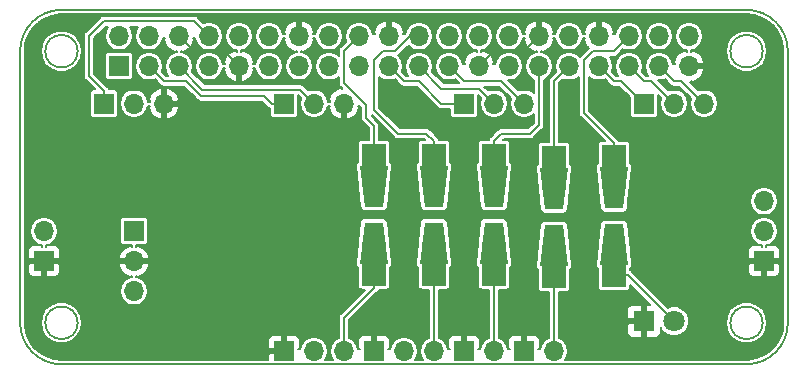
<source format=gtl>
G04 #@! TF.GenerationSoftware,KiCad,Pcbnew,(5.0.2)*
G04 #@! TF.CreationDate,2020-11-06T15:24:57+00:00*
G04 #@! TF.ProjectId,alto,616c746f-2e6b-4696-9361-645f70636258,rev?*
G04 #@! TF.SameCoordinates,Original*
G04 #@! TF.FileFunction,Copper,L1,Top*
G04 #@! TF.FilePolarity,Positive*
%FSLAX46Y46*%
G04 Gerber Fmt 4.6, Leading zero omitted, Abs format (unit mm)*
G04 Created by KiCad (PCBNEW (5.0.2)) date Fri 06 Nov 2020 15:24:57 GMT*
%MOMM*%
%LPD*%
G01*
G04 APERTURE LIST*
G04 #@! TA.AperFunction,NonConductor*
%ADD10C,0.150000*%
G04 #@! TD*
G04 #@! TA.AperFunction,ComponentPad*
%ADD11C,1.800000*%
G04 #@! TD*
G04 #@! TA.AperFunction,ComponentPad*
%ADD12R,1.800000X1.800000*%
G04 #@! TD*
G04 #@! TA.AperFunction,ComponentPad*
%ADD13O,1.700000X1.700000*%
G04 #@! TD*
G04 #@! TA.AperFunction,ComponentPad*
%ADD14R,1.700000X1.700000*%
G04 #@! TD*
G04 #@! TA.AperFunction,ComponentPad*
%ADD15R,1.998980X1.998980*%
G04 #@! TD*
G04 #@! TA.AperFunction,SMDPad,CuDef*
%ADD16C,1.986130*%
G04 #@! TD*
G04 #@! TA.AperFunction,Conductor*
%ADD17C,0.100000*%
G04 #@! TD*
G04 #@! TA.AperFunction,Conductor*
%ADD18C,0.200000*%
G04 #@! TD*
G04 APERTURE END LIST*
D10*
X157000000Y-80000000D02*
X161500000Y-80000000D01*
X103500000Y-80000000D02*
X157000000Y-80000000D01*
X104875000Y-76500000D02*
G75*
G03X104875000Y-76500000I-1375000J0D01*
G01*
X162875000Y-76500000D02*
G75*
G03X162875000Y-76500000I-1375000J0D01*
G01*
X100000000Y-76500000D02*
X100000000Y-53500000D01*
X165000000Y-53500000D02*
X165000000Y-76500000D01*
X103500000Y-50000000D02*
X161500000Y-50000000D01*
X103500000Y-80000000D02*
G75*
G02X100000000Y-76500000I0J3500000D01*
G01*
X165000000Y-76500000D02*
G75*
G02X161500000Y-80000000I-3500000J0D01*
G01*
X100000000Y-53500000D02*
G75*
G02X103500000Y-50000000I3500000J0D01*
G01*
X161500000Y-50000000D02*
G75*
G02X165000000Y-53500000I0J-3500000D01*
G01*
X162875000Y-53500000D02*
G75*
G03X162875000Y-53500000I-1375000J0D01*
G01*
X104875000Y-53500000D02*
G75*
G03X104875000Y-53500000I-1375000J0D01*
G01*
D11*
G04 #@! TO.P,J5,2*
G04 #@! TO.N,Net-(J5-Pad2)*
X155360000Y-76360000D03*
D12*
G04 #@! TO.P,J5,1*
G04 #@! TO.N,GND*
X152820000Y-76360000D03*
G04 #@! TD*
D13*
G04 #@! TO.P,J4,2*
G04 #@! TO.N,Net-(J4-Pad2)*
X145200000Y-78900000D03*
D14*
G04 #@! TO.P,J4,1*
G04 #@! TO.N,GND*
X142660000Y-78900000D03*
G04 #@! TD*
D13*
G04 #@! TO.P,J3,2*
G04 #@! TO.N,Net-(J3-Pad2)*
X140120000Y-78900000D03*
D14*
G04 #@! TO.P,J3,1*
G04 #@! TO.N,GND*
X137580000Y-78900000D03*
G04 #@! TD*
D13*
G04 #@! TO.P,J6,2*
G04 #@! TO.N,/VBUS*
X102020000Y-68740000D03*
D14*
G04 #@! TO.P,J6,1*
G04 #@! TO.N,GND*
X102020000Y-71280000D03*
G04 #@! TD*
G04 #@! TO.P,PI1,1*
G04 #@! TO.N,Net-(PI1-Pad1)*
X108370000Y-54770000D03*
D13*
G04 #@! TO.P,PI1,2*
G04 #@! TO.N,/5V*
X108370000Y-52230000D03*
G04 #@! TO.P,PI1,3*
G04 #@! TO.N,/SDA*
X110910000Y-54770000D03*
G04 #@! TO.P,PI1,4*
G04 #@! TO.N,/5V*
X110910000Y-52230000D03*
G04 #@! TO.P,PI1,5*
G04 #@! TO.N,/SCL*
X113450000Y-54770000D03*
G04 #@! TO.P,PI1,6*
G04 #@! TO.N,GND*
X113450000Y-52230000D03*
G04 #@! TO.P,PI1,7*
G04 #@! TO.N,Net-(PI1-Pad7)*
X115990000Y-54770000D03*
G04 #@! TO.P,PI1,8*
G04 #@! TO.N,/TX*
X115990000Y-52230000D03*
G04 #@! TO.P,PI1,9*
G04 #@! TO.N,GND*
X118530000Y-54770000D03*
G04 #@! TO.P,PI1,10*
G04 #@! TO.N,/RX*
X118530000Y-52230000D03*
G04 #@! TO.P,PI1,11*
G04 #@! TO.N,Net-(PI1-Pad11)*
X121070000Y-54770000D03*
G04 #@! TO.P,PI1,12*
G04 #@! TO.N,Net-(PI1-Pad12)*
X121070000Y-52230000D03*
G04 #@! TO.P,PI1,13*
G04 #@! TO.N,Net-(PI1-Pad13)*
X123610000Y-54770000D03*
G04 #@! TO.P,PI1,14*
G04 #@! TO.N,GND*
X123610000Y-52230000D03*
G04 #@! TO.P,PI1,15*
G04 #@! TO.N,Net-(PI1-Pad15)*
X126150000Y-54770000D03*
G04 #@! TO.P,PI1,16*
G04 #@! TO.N,Net-(PI1-Pad16)*
X126150000Y-52230000D03*
G04 #@! TO.P,PI1,17*
G04 #@! TO.N,/3.3V*
X128690000Y-54770000D03*
G04 #@! TO.P,PI1,18*
G04 #@! TO.N,Net-(PI1-Pad18)*
X128690000Y-52230000D03*
G04 #@! TO.P,PI1,19*
G04 #@! TO.N,/MOSI*
X131230000Y-54770000D03*
G04 #@! TO.P,PI1,20*
G04 #@! TO.N,GND*
X131230000Y-52230000D03*
G04 #@! TO.P,PI1,21*
G04 #@! TO.N,/MISO*
X133770000Y-54770000D03*
G04 #@! TO.P,PI1,22*
G04 #@! TO.N,Net-(PI1-Pad22)*
X133770000Y-52230000D03*
G04 #@! TO.P,PI1,23*
G04 #@! TO.N,/CLK*
X136310000Y-54770000D03*
G04 #@! TO.P,PI1,24*
G04 #@! TO.N,Net-(PI1-Pad24)*
X136310000Y-52230000D03*
G04 #@! TO.P,PI1,25*
G04 #@! TO.N,GND*
X138850000Y-54770000D03*
G04 #@! TO.P,PI1,26*
G04 #@! TO.N,Net-(PI1-Pad26)*
X138850000Y-52230000D03*
G04 #@! TO.P,PI1,27*
G04 #@! TO.N,Net-(PI1-Pad27)*
X141390000Y-54770000D03*
G04 #@! TO.P,PI1,28*
G04 #@! TO.N,Net-(PI1-Pad28)*
X141390000Y-52230000D03*
G04 #@! TO.P,PI1,29*
G04 #@! TO.N,Net-(PI1-Pad29)*
X143930000Y-54770000D03*
G04 #@! TO.P,PI1,30*
G04 #@! TO.N,GND*
X143930000Y-52230000D03*
G04 #@! TO.P,PI1,31*
G04 #@! TO.N,Net-(PI1-Pad31)*
X146470000Y-54770000D03*
G04 #@! TO.P,PI1,32*
G04 #@! TO.N,Net-(PI1-Pad32)*
X146470000Y-52230000D03*
G04 #@! TO.P,PI1,33*
G04 #@! TO.N,/GPIO13*
X149010000Y-54770000D03*
G04 #@! TO.P,PI1,34*
G04 #@! TO.N,GND*
X149010000Y-52230000D03*
G04 #@! TO.P,PI1,35*
G04 #@! TO.N,/GPIO19*
X151550000Y-54770000D03*
G04 #@! TO.P,PI1,36*
G04 #@! TO.N,Net-(PI1-Pad36)*
X151550000Y-52230000D03*
G04 #@! TO.P,PI1,37*
G04 #@! TO.N,/GPIO26*
X154090000Y-54770000D03*
G04 #@! TO.P,PI1,38*
G04 #@! TO.N,Net-(PI1-Pad38)*
X154090000Y-52230000D03*
G04 #@! TO.P,PI1,39*
G04 #@! TO.N,GND*
X156630000Y-54770000D03*
G04 #@! TO.P,PI1,40*
G04 #@! TO.N,Net-(PI1-Pad40)*
X156630000Y-52230000D03*
G04 #@! TD*
G04 #@! TO.P,J1,3*
G04 #@! TO.N,Net-(J1-Pad3)*
X127420000Y-78900000D03*
G04 #@! TO.P,J1,2*
G04 #@! TO.N,/VBUS*
X124880000Y-78900000D03*
D14*
G04 #@! TO.P,J1,1*
G04 #@! TO.N,GND*
X122340000Y-78900000D03*
G04 #@! TD*
D13*
G04 #@! TO.P,J2,3*
G04 #@! TO.N,Net-(J2-Pad3)*
X135040000Y-78900000D03*
G04 #@! TO.P,J2,2*
G04 #@! TO.N,/VBUS*
X132500000Y-78900000D03*
D14*
G04 #@! TO.P,J2,1*
G04 #@! TO.N,GND*
X129960000Y-78900000D03*
G04 #@! TD*
D13*
G04 #@! TO.P,J7,3*
G04 #@! TO.N,/VBUS*
X109640000Y-73820000D03*
G04 #@! TO.P,J7,2*
G04 #@! TO.N,GND*
X109640000Y-71280000D03*
D14*
G04 #@! TO.P,J7,1*
G04 #@! TO.N,/5V*
X109640000Y-68740000D03*
G04 #@! TD*
D15*
G04 #@! TO.P,R3,2*
G04 #@! TO.N,Net-(PI1-Pad29)*
X140120000Y-62341740D03*
G04 #@! TO.P,R3,1*
G04 #@! TO.N,Net-(J3-Pad2)*
X140120000Y-72344260D03*
D16*
G04 #@! TO.P,R3,2*
G04 #@! TO.N,Net-(PI1-Pad29)*
X140120000Y-64930000D03*
D17*
G04 #@! TD*
G04 #@! TO.N,Net-(PI1-Pad29)*
G04 #@! TO.C,R3*
G36*
X138921120Y-63179940D02*
X141318880Y-63179940D01*
X140920100Y-66680060D01*
X139319900Y-66680060D01*
X138921120Y-63179940D01*
X138921120Y-63179940D01*
G37*
D16*
G04 #@! TO.P,R3,1*
G04 #@! TO.N,Net-(J3-Pad2)*
X140120000Y-69756000D03*
D17*
G04 #@! TD*
G04 #@! TO.N,Net-(J3-Pad2)*
G04 #@! TO.C,R3*
G36*
X141318880Y-71506060D02*
X138921120Y-71506060D01*
X139319900Y-68005940D01*
X140920100Y-68005940D01*
X141318880Y-71506060D01*
X141318880Y-71506060D01*
G37*
D16*
G04 #@! TO.P,R5,1*
G04 #@! TO.N,Net-(J5-Pad2)*
X150280000Y-69883000D03*
D17*
G04 #@! TD*
G04 #@! TO.N,Net-(J5-Pad2)*
G04 #@! TO.C,R5*
G36*
X151478880Y-71633060D02*
X149081120Y-71633060D01*
X149479900Y-68132940D01*
X151080100Y-68132940D01*
X151478880Y-71633060D01*
X151478880Y-71633060D01*
G37*
D16*
G04 #@! TO.P,R5,2*
G04 #@! TO.N,Net-(PI1-Pad36)*
X150280000Y-65057000D03*
D17*
G04 #@! TD*
G04 #@! TO.N,Net-(PI1-Pad36)*
G04 #@! TO.C,R5*
G36*
X149081120Y-63306940D02*
X151478880Y-63306940D01*
X151080100Y-66807060D01*
X149479900Y-66807060D01*
X149081120Y-63306940D01*
X149081120Y-63306940D01*
G37*
D15*
G04 #@! TO.P,R5,1*
G04 #@! TO.N,Net-(J5-Pad2)*
X150280000Y-72471260D03*
G04 #@! TO.P,R5,2*
G04 #@! TO.N,Net-(PI1-Pad36)*
X150280000Y-62468740D03*
G04 #@! TD*
D16*
G04 #@! TO.P,R4,1*
G04 #@! TO.N,Net-(J4-Pad2)*
X145200000Y-69961740D03*
D17*
G04 #@! TD*
G04 #@! TO.N,Net-(J4-Pad2)*
G04 #@! TO.C,R4*
G36*
X146398880Y-71711800D02*
X144001120Y-71711800D01*
X144399900Y-68211680D01*
X146000100Y-68211680D01*
X146398880Y-71711800D01*
X146398880Y-71711800D01*
G37*
D16*
G04 #@! TO.P,R4,2*
G04 #@! TO.N,Net-(PI1-Pad31)*
X145200000Y-65135740D03*
D17*
G04 #@! TD*
G04 #@! TO.N,Net-(PI1-Pad31)*
G04 #@! TO.C,R4*
G36*
X144001120Y-63385680D02*
X146398880Y-63385680D01*
X146000100Y-66885800D01*
X144399900Y-66885800D01*
X144001120Y-63385680D01*
X144001120Y-63385680D01*
G37*
D15*
G04 #@! TO.P,R4,1*
G04 #@! TO.N,Net-(J4-Pad2)*
X145200000Y-72550000D03*
G04 #@! TO.P,R4,2*
G04 #@! TO.N,Net-(PI1-Pad31)*
X145200000Y-62547480D03*
G04 #@! TD*
G04 #@! TO.P,R1,2*
G04 #@! TO.N,Net-(PI1-Pad18)*
X129960000Y-62341740D03*
G04 #@! TO.P,R1,1*
G04 #@! TO.N,Net-(J1-Pad3)*
X129960000Y-72344260D03*
D16*
G04 #@! TO.P,R1,2*
G04 #@! TO.N,Net-(PI1-Pad18)*
X129960000Y-64930000D03*
D17*
G04 #@! TD*
G04 #@! TO.N,Net-(PI1-Pad18)*
G04 #@! TO.C,R1*
G36*
X128761120Y-63179940D02*
X131158880Y-63179940D01*
X130760100Y-66680060D01*
X129159900Y-66680060D01*
X128761120Y-63179940D01*
X128761120Y-63179940D01*
G37*
D16*
G04 #@! TO.P,R1,1*
G04 #@! TO.N,Net-(J1-Pad3)*
X129960000Y-69756000D03*
D17*
G04 #@! TD*
G04 #@! TO.N,Net-(J1-Pad3)*
G04 #@! TO.C,R1*
G36*
X131158880Y-71506060D02*
X128761120Y-71506060D01*
X129159900Y-68005940D01*
X130760100Y-68005940D01*
X131158880Y-71506060D01*
X131158880Y-71506060D01*
G37*
D16*
G04 #@! TO.P,R2,1*
G04 #@! TO.N,Net-(J2-Pad3)*
X135040000Y-69756000D03*
D17*
G04 #@! TD*
G04 #@! TO.N,Net-(J2-Pad3)*
G04 #@! TO.C,R2*
G36*
X136238880Y-71506060D02*
X133841120Y-71506060D01*
X134239900Y-68005940D01*
X135840100Y-68005940D01*
X136238880Y-71506060D01*
X136238880Y-71506060D01*
G37*
D16*
G04 #@! TO.P,R2,2*
G04 #@! TO.N,Net-(PI1-Pad22)*
X135040000Y-64930000D03*
D17*
G04 #@! TD*
G04 #@! TO.N,Net-(PI1-Pad22)*
G04 #@! TO.C,R2*
G36*
X133841120Y-63179940D02*
X136238880Y-63179940D01*
X135840100Y-66680060D01*
X134239900Y-66680060D01*
X133841120Y-63179940D01*
X133841120Y-63179940D01*
G37*
D15*
G04 #@! TO.P,R2,1*
G04 #@! TO.N,Net-(J2-Pad3)*
X135040000Y-72344260D03*
G04 #@! TO.P,R2,2*
G04 #@! TO.N,Net-(PI1-Pad22)*
X135040000Y-62341740D03*
G04 #@! TD*
D13*
G04 #@! TO.P,J10,3*
G04 #@! TO.N,/CLK*
X142660000Y-57945000D03*
G04 #@! TO.P,J10,2*
G04 #@! TO.N,/MISO*
X140120000Y-57945000D03*
D14*
G04 #@! TO.P,J10,1*
G04 #@! TO.N,/MOSI*
X137580000Y-57945000D03*
G04 #@! TD*
G04 #@! TO.P,J11,1*
G04 #@! TO.N,/GPIO13*
X152820000Y-57945000D03*
D13*
G04 #@! TO.P,J11,2*
G04 #@! TO.N,/GPIO19*
X155360000Y-57945000D03*
G04 #@! TO.P,J11,3*
G04 #@! TO.N,/GPIO26*
X157900000Y-57945000D03*
G04 #@! TD*
D14*
G04 #@! TO.P,J12,1*
G04 #@! TO.N,GND*
X162980000Y-71280000D03*
D13*
G04 #@! TO.P,J12,2*
G04 #@! TO.N,/3.3V*
X162980000Y-68740000D03*
G04 #@! TO.P,J12,3*
G04 #@! TO.N,/5V*
X162980000Y-66200000D03*
G04 #@! TD*
G04 #@! TO.P,J8,3*
G04 #@! TO.N,GND*
X112180000Y-57945000D03*
G04 #@! TO.P,J8,2*
G04 #@! TO.N,/RX*
X109640000Y-57945000D03*
D14*
G04 #@! TO.P,J8,1*
G04 #@! TO.N,/TX*
X107100000Y-57945000D03*
G04 #@! TD*
G04 #@! TO.P,J9,1*
G04 #@! TO.N,/SDA*
X122340000Y-57945000D03*
D13*
G04 #@! TO.P,J9,2*
G04 #@! TO.N,/SCL*
X124880000Y-57945000D03*
G04 #@! TO.P,J9,3*
G04 #@! TO.N,GND*
X127420000Y-57945000D03*
G04 #@! TD*
D18*
G04 #@! TO.N,GND*
X143080001Y-53079999D02*
X143930000Y-52230000D01*
X142729999Y-53430001D02*
X143080001Y-53079999D01*
X140189999Y-53430001D02*
X142729999Y-53430001D01*
X138850000Y-54770000D02*
X140189999Y-53430001D01*
X117329999Y-53569999D02*
X117680001Y-53920001D01*
X117680001Y-53920001D02*
X118530000Y-54770000D01*
X114789999Y-53569999D02*
X117329999Y-53569999D01*
X113450000Y-52230000D02*
X114789999Y-53569999D01*
G04 #@! TO.N,Net-(J3-Pad2)*
X140120000Y-78900000D02*
X140120000Y-71201260D01*
X140120000Y-68613000D02*
X140120000Y-71201260D01*
G04 #@! TO.N,Net-(J4-Pad2)*
X145200000Y-78900000D02*
X145200000Y-71328260D01*
X145200000Y-68740000D02*
X145200000Y-71328260D01*
G04 #@! TO.N,/TX*
X107100000Y-56895000D02*
X107100000Y-57945000D01*
X105830000Y-55625000D02*
X107100000Y-56895000D01*
X115990000Y-52230000D02*
X114720000Y-50960000D01*
X114720000Y-50960000D02*
X107100000Y-50960000D01*
X107100000Y-50960000D02*
X105830000Y-52230000D01*
X105830000Y-52230000D02*
X105830000Y-55625000D01*
G04 #@! TO.N,Net-(PI1-Pad29)*
X143930000Y-59731230D02*
X143176230Y-60485000D01*
X143930000Y-54770000D02*
X143930000Y-59731230D01*
X143176230Y-60485000D02*
X140755000Y-60485000D01*
X140120000Y-61120000D02*
X140120000Y-62341740D01*
X140755000Y-60485000D02*
X140120000Y-61120000D01*
X140120000Y-62341740D02*
X140120000Y-64930000D01*
G04 #@! TO.N,Net-(PI1-Pad31)*
X145200000Y-63914000D02*
X145200000Y-61325740D01*
X145200000Y-56040000D02*
X146470000Y-54770000D01*
X145200000Y-63914000D02*
X145200000Y-56040000D01*
G04 #@! TO.N,Net-(J1-Pad3)*
X129960000Y-73543750D02*
X127420000Y-76083750D01*
X129960000Y-72344260D02*
X129960000Y-73543750D01*
X127420000Y-76083750D02*
X127420000Y-78900000D01*
X129960000Y-72344260D02*
X129960000Y-69756000D01*
G04 #@! TO.N,Net-(J2-Pad3)*
X135040000Y-78900000D02*
X135040000Y-71328260D01*
X135040000Y-68740000D02*
X135040000Y-71328260D01*
G04 #@! TO.N,Net-(J5-Pad2)*
X150280000Y-72471260D02*
X150280000Y-69883000D01*
X151479490Y-72471260D02*
X155360000Y-76351770D01*
X155360000Y-76351770D02*
X155360000Y-76360000D01*
X150280000Y-72471260D02*
X151479490Y-72471260D01*
G04 #@! TO.N,Net-(PI1-Pad18)*
X129960000Y-64930000D02*
X129960000Y-62341740D01*
X129960000Y-59801740D02*
X129960000Y-62341740D01*
X129325000Y-59166740D02*
X129960000Y-59801740D01*
X128690000Y-52230000D02*
X127420000Y-53500000D01*
X127420000Y-53500000D02*
X127420000Y-56168998D01*
X127420000Y-56168998D02*
X129325000Y-58073998D01*
X129325000Y-58073998D02*
X129325000Y-59166740D01*
G04 #@! TO.N,Net-(PI1-Pad22)*
X135040000Y-64930000D02*
X135040000Y-62341740D01*
X134405000Y-60485000D02*
X135040000Y-61120000D01*
X135040000Y-61120000D02*
X135040000Y-62341740D01*
X129960000Y-54263998D02*
X129960000Y-58461230D01*
X133770000Y-52230000D02*
X133006002Y-52230000D01*
X131736002Y-53500000D02*
X130723998Y-53500000D01*
X129960000Y-58461230D02*
X131983770Y-60485000D01*
X133006002Y-52230000D02*
X131736002Y-53500000D01*
X131983770Y-60485000D02*
X134405000Y-60485000D01*
X130723998Y-53500000D02*
X129960000Y-54263998D01*
G04 #@! TO.N,Net-(PI1-Pad36)*
X150280000Y-61269250D02*
X150280000Y-62468740D01*
X147740000Y-58729250D02*
X150280000Y-61269250D01*
X150280000Y-53500000D02*
X148503998Y-53500000D01*
X148503998Y-53500000D02*
X147740000Y-54263998D01*
X151550000Y-52230000D02*
X150280000Y-53500000D01*
X147740000Y-54263998D02*
X147740000Y-58729250D01*
X150280000Y-62468740D02*
X150280000Y-65057000D01*
G04 #@! TO.N,/SDA*
X112180000Y-56040000D02*
X110910000Y-54770000D01*
X114083590Y-56040000D02*
X112180000Y-56040000D01*
X115238598Y-57195008D02*
X114083590Y-56040000D01*
X115240008Y-57195008D02*
X115238598Y-57195008D01*
X121290000Y-57945000D02*
X120655000Y-57310000D01*
X122340000Y-57945000D02*
X121290000Y-57945000D01*
X120655000Y-57310000D02*
X115355000Y-57310000D01*
X115355000Y-57310000D02*
X115240008Y-57195008D01*
G04 #@! TO.N,/SCL*
X113450000Y-54770000D02*
X115424999Y-56744999D01*
X123679999Y-56744999D02*
X124880000Y-57945000D01*
X115424999Y-56744999D02*
X123679999Y-56744999D01*
G04 #@! TO.N,/CLK*
X136310000Y-54770000D02*
X137580000Y-56040000D01*
X140755000Y-56040000D02*
X142660000Y-57945000D01*
X137580000Y-56040000D02*
X140755000Y-56040000D01*
G04 #@! TO.N,/MISO*
X138850000Y-56675000D02*
X140120000Y-57945000D01*
X135675000Y-56675000D02*
X138850000Y-56675000D01*
X133770000Y-54770000D02*
X135675000Y-56675000D01*
G04 #@! TO.N,/MOSI*
X132500000Y-56040000D02*
X131230000Y-54770000D01*
X133770000Y-56040000D02*
X132500000Y-56040000D01*
X135675000Y-57945000D02*
X133770000Y-56040000D01*
X137580000Y-57945000D02*
X135675000Y-57945000D01*
G04 #@! TO.N,/GPIO13*
X150915000Y-56040000D02*
X150280000Y-56040000D01*
X150280000Y-56040000D02*
X149010000Y-54770000D01*
X152820000Y-57945000D02*
X150915000Y-56040000D01*
G04 #@! TO.N,/GPIO19*
X154510001Y-57095001D02*
X155360000Y-57945000D01*
X153455000Y-56040000D02*
X154510001Y-57095001D01*
X152820000Y-56040000D02*
X153455000Y-56040000D01*
X151550000Y-54770000D02*
X152820000Y-56040000D01*
G04 #@! TO.N,/GPIO26*
X155995000Y-56040000D02*
X157900000Y-57945000D01*
X155360000Y-56040000D02*
X155995000Y-56040000D01*
X154090000Y-54770000D02*
X155360000Y-56040000D01*
G04 #@! TD*
G04 #@! TO.N,GND*
G36*
X162170577Y-50450055D02*
X162809861Y-50665198D01*
X163388040Y-51012602D01*
X163878127Y-51476055D01*
X164257263Y-52033937D01*
X164507757Y-52660217D01*
X164620403Y-53340652D01*
X164625000Y-53505243D01*
X164625001Y-76479678D01*
X164549945Y-77170577D01*
X164334802Y-77809861D01*
X163987400Y-78388037D01*
X163523947Y-78878126D01*
X162966063Y-79257263D01*
X162339780Y-79507759D01*
X161659348Y-79620403D01*
X161494757Y-79625000D01*
X146158798Y-79625000D01*
X146330375Y-79368217D01*
X146423509Y-78900000D01*
X146330375Y-78431783D01*
X146065152Y-78034848D01*
X145668217Y-77769625D01*
X145650000Y-77766001D01*
X145650000Y-76639000D01*
X151420000Y-76639000D01*
X151420000Y-77359456D01*
X151496121Y-77543227D01*
X151636773Y-77683880D01*
X151820544Y-77760000D01*
X152541000Y-77760000D01*
X152666000Y-77635000D01*
X152666000Y-76514000D01*
X151545000Y-76514000D01*
X151420000Y-76639000D01*
X145650000Y-76639000D01*
X145650000Y-75360544D01*
X151420000Y-75360544D01*
X151420000Y-76081000D01*
X151545000Y-76206000D01*
X152666000Y-76206000D01*
X152666000Y-75085000D01*
X152541000Y-74960000D01*
X151820544Y-74960000D01*
X151636773Y-75036120D01*
X151496121Y-75176773D01*
X151420000Y-75360544D01*
X145650000Y-75360544D01*
X145650000Y-73906346D01*
X146199490Y-73906346D01*
X146336053Y-73879182D01*
X146451825Y-73801825D01*
X146529182Y-73686053D01*
X146556346Y-73549490D01*
X146556346Y-72027933D01*
X146571886Y-72023914D01*
X146678158Y-71933949D01*
X146741912Y-71810164D01*
X146753442Y-71671404D01*
X146744471Y-71592664D01*
X148726558Y-71592664D01*
X148751428Y-71769623D01*
X148828785Y-71885395D01*
X148923654Y-71948785D01*
X148923654Y-73470750D01*
X148950818Y-73607313D01*
X149028175Y-73723085D01*
X149143947Y-73800442D01*
X149280510Y-73827606D01*
X151279490Y-73827606D01*
X151416053Y-73800442D01*
X151531825Y-73723085D01*
X151609182Y-73607313D01*
X151636346Y-73470750D01*
X151636346Y-73264511D01*
X153331834Y-74960000D01*
X153099000Y-74960000D01*
X152974000Y-75085000D01*
X152974000Y-76206000D01*
X152994000Y-76206000D01*
X152994000Y-76514000D01*
X152974000Y-76514000D01*
X152974000Y-77635000D01*
X153099000Y-77760000D01*
X153819456Y-77760000D01*
X154003227Y-77683880D01*
X154143879Y-77543227D01*
X154220000Y-77359456D01*
X154220000Y-76874204D01*
X154300301Y-77068068D01*
X154651932Y-77419699D01*
X155111360Y-77610000D01*
X155608640Y-77610000D01*
X156068068Y-77419699D01*
X156419699Y-77068068D01*
X156610000Y-76608640D01*
X156610000Y-76500000D01*
X159730000Y-76500000D01*
X159836744Y-77105376D01*
X160144101Y-77637734D01*
X160615000Y-78032865D01*
X161192643Y-78243110D01*
X161807357Y-78243110D01*
X162385000Y-78032865D01*
X162855899Y-77637734D01*
X163163256Y-77105376D01*
X163270000Y-76500000D01*
X163163256Y-75894624D01*
X162855899Y-75362266D01*
X162385000Y-74967135D01*
X161807357Y-74756890D01*
X161192643Y-74756890D01*
X160615000Y-74967135D01*
X160144101Y-75362266D01*
X159836744Y-75894624D01*
X159730000Y-76500000D01*
X156610000Y-76500000D01*
X156610000Y-76111360D01*
X156419699Y-75651932D01*
X156068068Y-75300301D01*
X155608640Y-75110000D01*
X155111360Y-75110000D01*
X154859111Y-75214485D01*
X151829030Y-72184405D01*
X151803922Y-72146828D01*
X151655071Y-72047369D01*
X151636346Y-72043644D01*
X151636346Y-71949193D01*
X151651886Y-71945174D01*
X151758158Y-71855209D01*
X151821912Y-71731424D01*
X151833442Y-71592664D01*
X151829607Y-71559000D01*
X161630000Y-71559000D01*
X161630000Y-72229456D01*
X161706121Y-72413227D01*
X161846773Y-72553880D01*
X162030544Y-72630000D01*
X162701000Y-72630000D01*
X162826000Y-72505000D01*
X162826000Y-71434000D01*
X163134000Y-71434000D01*
X163134000Y-72505000D01*
X163259000Y-72630000D01*
X163929456Y-72630000D01*
X164113227Y-72553880D01*
X164253879Y-72413227D01*
X164330000Y-72229456D01*
X164330000Y-71559000D01*
X164205000Y-71434000D01*
X163134000Y-71434000D01*
X162826000Y-71434000D01*
X161755000Y-71434000D01*
X161630000Y-71559000D01*
X151829607Y-71559000D01*
X151689645Y-70330544D01*
X161630000Y-70330544D01*
X161630000Y-71001000D01*
X161755000Y-71126000D01*
X162826000Y-71126000D01*
X162826000Y-71106000D01*
X163134000Y-71106000D01*
X163134000Y-71126000D01*
X164205000Y-71126000D01*
X164330000Y-71001000D01*
X164330000Y-70330544D01*
X164253879Y-70146773D01*
X164113227Y-70006120D01*
X163929456Y-69930000D01*
X163259000Y-69930000D01*
X163134002Y-70054998D01*
X163134002Y-69932876D01*
X163448217Y-69870375D01*
X163845152Y-69605152D01*
X164110375Y-69208217D01*
X164203509Y-68740000D01*
X164110375Y-68271783D01*
X163845152Y-67874848D01*
X163448217Y-67609625D01*
X163098188Y-67540000D01*
X162861812Y-67540000D01*
X162511783Y-67609625D01*
X162114848Y-67874848D01*
X161849625Y-68271783D01*
X161756491Y-68740000D01*
X161849625Y-69208217D01*
X162114848Y-69605152D01*
X162511783Y-69870375D01*
X162825998Y-69932876D01*
X162825998Y-70054998D01*
X162701000Y-69930000D01*
X162030544Y-69930000D01*
X161846773Y-70006120D01*
X161706121Y-70146773D01*
X161630000Y-70330544D01*
X151689645Y-70330544D01*
X151434662Y-68092544D01*
X151409792Y-67996377D01*
X151332435Y-67880605D01*
X151216663Y-67803248D01*
X151080100Y-67776084D01*
X149479900Y-67776084D01*
X149381536Y-67789908D01*
X149257751Y-67853662D01*
X149167786Y-67959934D01*
X149125338Y-68092544D01*
X148726558Y-71592664D01*
X146744471Y-71592664D01*
X146354662Y-68171284D01*
X146329792Y-68075117D01*
X146252435Y-67959345D01*
X146136663Y-67881988D01*
X146000100Y-67854824D01*
X144399900Y-67854824D01*
X144301536Y-67868648D01*
X144177751Y-67932402D01*
X144087786Y-68038674D01*
X144045338Y-68171284D01*
X143646558Y-71671404D01*
X143671428Y-71848363D01*
X143748785Y-71964135D01*
X143843654Y-72027525D01*
X143843654Y-73549490D01*
X143870818Y-73686053D01*
X143948175Y-73801825D01*
X144063947Y-73879182D01*
X144200510Y-73906346D01*
X144750001Y-73906346D01*
X144750000Y-77766001D01*
X144731783Y-77769625D01*
X144334848Y-78034848D01*
X144069625Y-78431783D01*
X144007124Y-78745998D01*
X143885002Y-78745998D01*
X144010000Y-78621000D01*
X144010000Y-77950544D01*
X143933880Y-77766773D01*
X143793227Y-77626121D01*
X143609456Y-77550000D01*
X142939000Y-77550000D01*
X142814000Y-77675000D01*
X142814000Y-78746000D01*
X142834000Y-78746000D01*
X142834000Y-79054000D01*
X142814000Y-79054000D01*
X142814000Y-79074000D01*
X142506000Y-79074000D01*
X142506000Y-79054000D01*
X142486000Y-79054000D01*
X142486000Y-78746000D01*
X142506000Y-78746000D01*
X142506000Y-77675000D01*
X142381000Y-77550000D01*
X141710544Y-77550000D01*
X141526773Y-77626121D01*
X141386120Y-77766773D01*
X141310000Y-77950544D01*
X141310000Y-78621000D01*
X141434998Y-78745998D01*
X141312876Y-78745998D01*
X141250375Y-78431783D01*
X140985152Y-78034848D01*
X140588217Y-77769625D01*
X140570000Y-77766001D01*
X140570000Y-73700606D01*
X141119490Y-73700606D01*
X141256053Y-73673442D01*
X141371825Y-73596085D01*
X141449182Y-73480313D01*
X141476346Y-73343750D01*
X141476346Y-71822193D01*
X141491886Y-71818174D01*
X141598158Y-71728209D01*
X141661912Y-71604424D01*
X141673442Y-71465664D01*
X141274662Y-67965544D01*
X141249792Y-67869377D01*
X141172435Y-67753605D01*
X141056663Y-67676248D01*
X140920100Y-67649084D01*
X139319900Y-67649084D01*
X139221536Y-67662908D01*
X139097751Y-67726662D01*
X139007786Y-67832934D01*
X138965338Y-67965544D01*
X138566558Y-71465664D01*
X138591428Y-71642623D01*
X138668785Y-71758395D01*
X138763654Y-71821785D01*
X138763654Y-73343750D01*
X138790818Y-73480313D01*
X138868175Y-73596085D01*
X138983947Y-73673442D01*
X139120510Y-73700606D01*
X139670001Y-73700606D01*
X139670000Y-77766001D01*
X139651783Y-77769625D01*
X139254848Y-78034848D01*
X138989625Y-78431783D01*
X138927124Y-78745998D01*
X138805002Y-78745998D01*
X138930000Y-78621000D01*
X138930000Y-77950544D01*
X138853880Y-77766773D01*
X138713227Y-77626121D01*
X138529456Y-77550000D01*
X137859000Y-77550000D01*
X137734000Y-77675000D01*
X137734000Y-78746000D01*
X137754000Y-78746000D01*
X137754000Y-79054000D01*
X137734000Y-79054000D01*
X137734000Y-79074000D01*
X137426000Y-79074000D01*
X137426000Y-79054000D01*
X137406000Y-79054000D01*
X137406000Y-78746000D01*
X137426000Y-78746000D01*
X137426000Y-77675000D01*
X137301000Y-77550000D01*
X136630544Y-77550000D01*
X136446773Y-77626121D01*
X136306120Y-77766773D01*
X136230000Y-77950544D01*
X136230000Y-78621000D01*
X136354998Y-78745998D01*
X136232876Y-78745998D01*
X136170375Y-78431783D01*
X135905152Y-78034848D01*
X135508217Y-77769625D01*
X135490000Y-77766001D01*
X135490000Y-73700606D01*
X136039490Y-73700606D01*
X136176053Y-73673442D01*
X136291825Y-73596085D01*
X136369182Y-73480313D01*
X136396346Y-73343750D01*
X136396346Y-71822193D01*
X136411886Y-71818174D01*
X136518158Y-71728209D01*
X136581912Y-71604424D01*
X136593442Y-71465664D01*
X136194662Y-67965544D01*
X136169792Y-67869377D01*
X136092435Y-67753605D01*
X135976663Y-67676248D01*
X135840100Y-67649084D01*
X134239900Y-67649084D01*
X134141536Y-67662908D01*
X134017751Y-67726662D01*
X133927786Y-67832934D01*
X133885338Y-67965544D01*
X133486558Y-71465664D01*
X133511428Y-71642623D01*
X133588785Y-71758395D01*
X133683654Y-71821785D01*
X133683654Y-73343750D01*
X133710818Y-73480313D01*
X133788175Y-73596085D01*
X133903947Y-73673442D01*
X134040510Y-73700606D01*
X134590001Y-73700606D01*
X134590000Y-77766001D01*
X134571783Y-77769625D01*
X134174848Y-78034848D01*
X133909625Y-78431783D01*
X133816491Y-78900000D01*
X133909625Y-79368217D01*
X134081202Y-79625000D01*
X133458798Y-79625000D01*
X133630375Y-79368217D01*
X133723509Y-78900000D01*
X133630375Y-78431783D01*
X133365152Y-78034848D01*
X132968217Y-77769625D01*
X132618188Y-77700000D01*
X132381812Y-77700000D01*
X132031783Y-77769625D01*
X131634848Y-78034848D01*
X131369625Y-78431783D01*
X131307124Y-78745998D01*
X131185002Y-78745998D01*
X131310000Y-78621000D01*
X131310000Y-77950544D01*
X131233880Y-77766773D01*
X131093227Y-77626121D01*
X130909456Y-77550000D01*
X130239000Y-77550000D01*
X130114000Y-77675000D01*
X130114000Y-78746000D01*
X130134000Y-78746000D01*
X130134000Y-79054000D01*
X130114000Y-79054000D01*
X130114000Y-79074000D01*
X129806000Y-79074000D01*
X129806000Y-79054000D01*
X129786000Y-79054000D01*
X129786000Y-78746000D01*
X129806000Y-78746000D01*
X129806000Y-77675000D01*
X129681000Y-77550000D01*
X129010544Y-77550000D01*
X128826773Y-77626121D01*
X128686120Y-77766773D01*
X128610000Y-77950544D01*
X128610000Y-78621000D01*
X128734998Y-78745998D01*
X128612876Y-78745998D01*
X128550375Y-78431783D01*
X128285152Y-78034848D01*
X127888217Y-77769625D01*
X127870000Y-77766001D01*
X127870000Y-76270145D01*
X130246858Y-73893288D01*
X130284432Y-73868182D01*
X130383891Y-73719331D01*
X130387616Y-73700606D01*
X130959490Y-73700606D01*
X131096053Y-73673442D01*
X131211825Y-73596085D01*
X131289182Y-73480313D01*
X131316346Y-73343750D01*
X131316346Y-71822193D01*
X131331886Y-71818174D01*
X131438158Y-71728209D01*
X131501912Y-71604424D01*
X131513442Y-71465664D01*
X131114662Y-67965544D01*
X131089792Y-67869377D01*
X131012435Y-67753605D01*
X130896663Y-67676248D01*
X130760100Y-67649084D01*
X129159900Y-67649084D01*
X129061536Y-67662908D01*
X128937751Y-67726662D01*
X128847786Y-67832934D01*
X128805338Y-67965544D01*
X128406558Y-71465664D01*
X128431428Y-71642623D01*
X128508785Y-71758395D01*
X128603654Y-71821785D01*
X128603654Y-73343750D01*
X128630818Y-73480313D01*
X128708175Y-73596085D01*
X128823947Y-73673442D01*
X128960510Y-73700606D01*
X129166748Y-73700606D01*
X127133145Y-75734210D01*
X127095568Y-75759318D01*
X126996109Y-75908170D01*
X126992189Y-75927879D01*
X126961184Y-76083750D01*
X126970000Y-76128070D01*
X126970001Y-77766001D01*
X126951783Y-77769625D01*
X126554848Y-78034848D01*
X126289625Y-78431783D01*
X126196491Y-78900000D01*
X126289625Y-79368217D01*
X126461202Y-79625000D01*
X125838798Y-79625000D01*
X126010375Y-79368217D01*
X126103509Y-78900000D01*
X126010375Y-78431783D01*
X125745152Y-78034848D01*
X125348217Y-77769625D01*
X124998188Y-77700000D01*
X124761812Y-77700000D01*
X124411783Y-77769625D01*
X124014848Y-78034848D01*
X123749625Y-78431783D01*
X123687124Y-78745998D01*
X123565002Y-78745998D01*
X123690000Y-78621000D01*
X123690000Y-77950544D01*
X123613880Y-77766773D01*
X123473227Y-77626121D01*
X123289456Y-77550000D01*
X122619000Y-77550000D01*
X122494000Y-77675000D01*
X122494000Y-78746000D01*
X122514000Y-78746000D01*
X122514000Y-79054000D01*
X122494000Y-79054000D01*
X122494000Y-79074000D01*
X122186000Y-79074000D01*
X122186000Y-79054000D01*
X121115000Y-79054000D01*
X120990000Y-79179000D01*
X120990000Y-79625000D01*
X103520313Y-79625000D01*
X102829423Y-79549945D01*
X102190139Y-79334802D01*
X101611963Y-78987400D01*
X101121874Y-78523947D01*
X100742737Y-77966063D01*
X100492241Y-77339780D01*
X100379597Y-76659348D01*
X100375147Y-76500000D01*
X101730000Y-76500000D01*
X101836744Y-77105376D01*
X102144101Y-77637734D01*
X102615000Y-78032865D01*
X103192643Y-78243110D01*
X103807357Y-78243110D01*
X104385000Y-78032865D01*
X104483106Y-77950544D01*
X120990000Y-77950544D01*
X120990000Y-78621000D01*
X121115000Y-78746000D01*
X122186000Y-78746000D01*
X122186000Y-77675000D01*
X122061000Y-77550000D01*
X121390544Y-77550000D01*
X121206773Y-77626121D01*
X121066120Y-77766773D01*
X120990000Y-77950544D01*
X104483106Y-77950544D01*
X104855899Y-77637734D01*
X105163256Y-77105376D01*
X105270000Y-76500000D01*
X105163256Y-75894624D01*
X104855899Y-75362266D01*
X104385000Y-74967135D01*
X103807357Y-74756890D01*
X103192643Y-74756890D01*
X102615000Y-74967135D01*
X102144101Y-75362266D01*
X101836744Y-75894624D01*
X101730000Y-76500000D01*
X100375147Y-76500000D01*
X100375000Y-76494757D01*
X100375000Y-71559000D01*
X100670000Y-71559000D01*
X100670000Y-72229456D01*
X100746121Y-72413227D01*
X100886773Y-72553880D01*
X101070544Y-72630000D01*
X101741000Y-72630000D01*
X101866000Y-72505000D01*
X101866000Y-71434000D01*
X102174000Y-71434000D01*
X102174000Y-72505000D01*
X102299000Y-72630000D01*
X102969456Y-72630000D01*
X103153227Y-72553880D01*
X103293879Y-72413227D01*
X103370000Y-72229456D01*
X103370000Y-71641912D01*
X108339415Y-71641912D01*
X108464427Y-71943749D01*
X108807918Y-72343096D01*
X109278086Y-72580597D01*
X109485998Y-72496201D01*
X109485998Y-72627124D01*
X109171783Y-72689625D01*
X108774848Y-72954848D01*
X108509625Y-73351783D01*
X108416491Y-73820000D01*
X108509625Y-74288217D01*
X108774848Y-74685152D01*
X109171783Y-74950375D01*
X109521812Y-75020000D01*
X109758188Y-75020000D01*
X110108217Y-74950375D01*
X110505152Y-74685152D01*
X110770375Y-74288217D01*
X110863509Y-73820000D01*
X110770375Y-73351783D01*
X110505152Y-72954848D01*
X110108217Y-72689625D01*
X109794002Y-72627124D01*
X109794002Y-72496201D01*
X110001914Y-72580597D01*
X110472082Y-72343096D01*
X110815573Y-71943749D01*
X110940585Y-71641912D01*
X110855281Y-71434000D01*
X109794000Y-71434000D01*
X109794000Y-71454000D01*
X109486000Y-71454000D01*
X109486000Y-71434000D01*
X108424719Y-71434000D01*
X108339415Y-71641912D01*
X103370000Y-71641912D01*
X103370000Y-71559000D01*
X103245000Y-71434000D01*
X102174000Y-71434000D01*
X101866000Y-71434000D01*
X100795000Y-71434000D01*
X100670000Y-71559000D01*
X100375000Y-71559000D01*
X100375000Y-70330544D01*
X100670000Y-70330544D01*
X100670000Y-71001000D01*
X100795000Y-71126000D01*
X101866000Y-71126000D01*
X101866000Y-71106000D01*
X102174000Y-71106000D01*
X102174000Y-71126000D01*
X103245000Y-71126000D01*
X103370000Y-71001000D01*
X103370000Y-70918088D01*
X108339415Y-70918088D01*
X108424719Y-71126000D01*
X109486000Y-71126000D01*
X109486000Y-71106000D01*
X109794000Y-71106000D01*
X109794000Y-71126000D01*
X110855281Y-71126000D01*
X110940585Y-70918088D01*
X110815573Y-70616251D01*
X110472082Y-70216904D01*
X110001914Y-69979403D01*
X109794002Y-70063799D01*
X109794002Y-69946856D01*
X110490000Y-69946856D01*
X110626563Y-69919692D01*
X110742335Y-69842335D01*
X110819692Y-69726563D01*
X110846856Y-69590000D01*
X110846856Y-67890000D01*
X110819692Y-67753437D01*
X110742335Y-67637665D01*
X110626563Y-67560308D01*
X110490000Y-67533144D01*
X108790000Y-67533144D01*
X108653437Y-67560308D01*
X108537665Y-67637665D01*
X108460308Y-67753437D01*
X108433144Y-67890000D01*
X108433144Y-69590000D01*
X108460308Y-69726563D01*
X108537665Y-69842335D01*
X108653437Y-69919692D01*
X108790000Y-69946856D01*
X109485998Y-69946856D01*
X109485998Y-70063799D01*
X109278086Y-69979403D01*
X108807918Y-70216904D01*
X108464427Y-70616251D01*
X108339415Y-70918088D01*
X103370000Y-70918088D01*
X103370000Y-70330544D01*
X103293879Y-70146773D01*
X103153227Y-70006120D01*
X102969456Y-69930000D01*
X102299000Y-69930000D01*
X102174002Y-70054998D01*
X102174002Y-69932876D01*
X102488217Y-69870375D01*
X102885152Y-69605152D01*
X103150375Y-69208217D01*
X103243509Y-68740000D01*
X103150375Y-68271783D01*
X102885152Y-67874848D01*
X102488217Y-67609625D01*
X102138188Y-67540000D01*
X101901812Y-67540000D01*
X101551783Y-67609625D01*
X101154848Y-67874848D01*
X100889625Y-68271783D01*
X100796491Y-68740000D01*
X100889625Y-69208217D01*
X101154848Y-69605152D01*
X101551783Y-69870375D01*
X101865998Y-69932876D01*
X101865998Y-70054998D01*
X101741000Y-69930000D01*
X101070544Y-69930000D01*
X100886773Y-70006120D01*
X100746121Y-70146773D01*
X100670000Y-70330544D01*
X100375000Y-70330544D01*
X100375000Y-53520313D01*
X100377206Y-53500000D01*
X101730000Y-53500000D01*
X101836744Y-54105376D01*
X102144101Y-54637734D01*
X102615000Y-55032865D01*
X103192643Y-55243110D01*
X103807357Y-55243110D01*
X104385000Y-55032865D01*
X104855899Y-54637734D01*
X105163256Y-54105376D01*
X105270000Y-53500000D01*
X105163256Y-52894624D01*
X104855899Y-52362266D01*
X104698271Y-52230000D01*
X105371184Y-52230000D01*
X105380000Y-52274320D01*
X105380001Y-55580675D01*
X105371184Y-55625000D01*
X105396674Y-55753142D01*
X105406110Y-55800581D01*
X105505569Y-55949432D01*
X105543143Y-55974538D01*
X106306748Y-56738144D01*
X106250000Y-56738144D01*
X106113437Y-56765308D01*
X105997665Y-56842665D01*
X105920308Y-56958437D01*
X105893144Y-57095000D01*
X105893144Y-58795000D01*
X105920308Y-58931563D01*
X105997665Y-59047335D01*
X106113437Y-59124692D01*
X106250000Y-59151856D01*
X107950000Y-59151856D01*
X108086563Y-59124692D01*
X108202335Y-59047335D01*
X108279692Y-58931563D01*
X108306856Y-58795000D01*
X108306856Y-57945000D01*
X108416491Y-57945000D01*
X108509625Y-58413217D01*
X108774848Y-58810152D01*
X109171783Y-59075375D01*
X109521812Y-59145000D01*
X109758188Y-59145000D01*
X110108217Y-59075375D01*
X110505152Y-58810152D01*
X110770375Y-58413217D01*
X110832876Y-58099002D01*
X110963799Y-58099002D01*
X110879403Y-58306914D01*
X111116904Y-58777082D01*
X111516251Y-59120573D01*
X111818088Y-59245585D01*
X112026000Y-59160281D01*
X112026000Y-58099000D01*
X112334000Y-58099000D01*
X112334000Y-59160281D01*
X112541912Y-59245585D01*
X112843749Y-59120573D01*
X113243096Y-58777082D01*
X113480597Y-58306914D01*
X113396200Y-58099000D01*
X112334000Y-58099000D01*
X112026000Y-58099000D01*
X112006000Y-58099000D01*
X112006000Y-57791000D01*
X112026000Y-57791000D01*
X112026000Y-56729719D01*
X112334000Y-56729719D01*
X112334000Y-57791000D01*
X113396200Y-57791000D01*
X113480597Y-57583086D01*
X113243096Y-57112918D01*
X112843749Y-56769427D01*
X112541912Y-56644415D01*
X112334000Y-56729719D01*
X112026000Y-56729719D01*
X111818088Y-56644415D01*
X111516251Y-56769427D01*
X111116904Y-57112918D01*
X110879403Y-57583086D01*
X110963799Y-57790998D01*
X110832876Y-57790998D01*
X110770375Y-57476783D01*
X110505152Y-57079848D01*
X110108217Y-56814625D01*
X109758188Y-56745000D01*
X109521812Y-56745000D01*
X109171783Y-56814625D01*
X108774848Y-57079848D01*
X108509625Y-57476783D01*
X108416491Y-57945000D01*
X108306856Y-57945000D01*
X108306856Y-57095000D01*
X108279692Y-56958437D01*
X108202335Y-56842665D01*
X108086563Y-56765308D01*
X107950000Y-56738144D01*
X107527616Y-56738144D01*
X107523891Y-56719419D01*
X107424432Y-56570568D01*
X107386858Y-56545462D01*
X106280000Y-55438605D01*
X106280000Y-53920000D01*
X107163144Y-53920000D01*
X107163144Y-55620000D01*
X107190308Y-55756563D01*
X107267665Y-55872335D01*
X107383437Y-55949692D01*
X107520000Y-55976856D01*
X109220000Y-55976856D01*
X109356563Y-55949692D01*
X109472335Y-55872335D01*
X109549692Y-55756563D01*
X109576856Y-55620000D01*
X109576856Y-53920000D01*
X109549692Y-53783437D01*
X109472335Y-53667665D01*
X109356563Y-53590308D01*
X109220000Y-53563144D01*
X107520000Y-53563144D01*
X107383437Y-53590308D01*
X107267665Y-53667665D01*
X107190308Y-53783437D01*
X107163144Y-53920000D01*
X106280000Y-53920000D01*
X106280000Y-52416395D01*
X107286396Y-51410000D01*
X107474678Y-51410000D01*
X107239625Y-51761783D01*
X107146491Y-52230000D01*
X107239625Y-52698217D01*
X107504848Y-53095152D01*
X107901783Y-53360375D01*
X108251812Y-53430000D01*
X108488188Y-53430000D01*
X108838217Y-53360375D01*
X109235152Y-53095152D01*
X109500375Y-52698217D01*
X109593509Y-52230000D01*
X109500375Y-51761783D01*
X109265322Y-51410000D01*
X110014678Y-51410000D01*
X109779625Y-51761783D01*
X109686491Y-52230000D01*
X109779625Y-52698217D01*
X110044848Y-53095152D01*
X110441783Y-53360375D01*
X110791812Y-53430000D01*
X111028188Y-53430000D01*
X111378217Y-53360375D01*
X111775152Y-53095152D01*
X112040375Y-52698217D01*
X112102876Y-52384002D01*
X112233799Y-52384002D01*
X112149403Y-52591914D01*
X112386904Y-53062082D01*
X112786251Y-53405573D01*
X113088088Y-53530585D01*
X113295998Y-53445282D01*
X113295998Y-53577124D01*
X112981783Y-53639625D01*
X112584848Y-53904848D01*
X112319625Y-54301783D01*
X112226491Y-54770000D01*
X112319625Y-55238217D01*
X112554678Y-55590000D01*
X112366396Y-55590000D01*
X112030056Y-55253660D01*
X112040375Y-55238217D01*
X112133509Y-54770000D01*
X112040375Y-54301783D01*
X111775152Y-53904848D01*
X111378217Y-53639625D01*
X111028188Y-53570000D01*
X110791812Y-53570000D01*
X110441783Y-53639625D01*
X110044848Y-53904848D01*
X109779625Y-54301783D01*
X109686491Y-54770000D01*
X109779625Y-55238217D01*
X110044848Y-55635152D01*
X110441783Y-55900375D01*
X110791812Y-55970000D01*
X111028188Y-55970000D01*
X111378217Y-55900375D01*
X111393660Y-55890056D01*
X111830462Y-56326857D01*
X111855568Y-56364432D01*
X112004419Y-56463891D01*
X112135679Y-56490000D01*
X112135683Y-56490000D01*
X112179999Y-56498815D01*
X112224316Y-56490000D01*
X113897195Y-56490000D01*
X114889060Y-57481865D01*
X114914166Y-57519440D01*
X114955993Y-57547388D01*
X115005460Y-57596855D01*
X115030568Y-57634432D01*
X115179419Y-57733891D01*
X115310679Y-57760000D01*
X115310683Y-57760000D01*
X115354999Y-57768815D01*
X115399316Y-57760000D01*
X120468605Y-57760000D01*
X120940463Y-58231860D01*
X120965568Y-58269432D01*
X121003139Y-58294536D01*
X121003141Y-58294538D01*
X121072006Y-58340552D01*
X121114419Y-58368891D01*
X121133144Y-58372616D01*
X121133144Y-58795000D01*
X121160308Y-58931563D01*
X121237665Y-59047335D01*
X121353437Y-59124692D01*
X121490000Y-59151856D01*
X123190000Y-59151856D01*
X123326563Y-59124692D01*
X123442335Y-59047335D01*
X123519692Y-58931563D01*
X123546856Y-58795000D01*
X123546856Y-57248251D01*
X123759944Y-57461339D01*
X123749625Y-57476783D01*
X123656491Y-57945000D01*
X123749625Y-58413217D01*
X124014848Y-58810152D01*
X124411783Y-59075375D01*
X124761812Y-59145000D01*
X124998188Y-59145000D01*
X125348217Y-59075375D01*
X125745152Y-58810152D01*
X126010375Y-58413217D01*
X126072876Y-58099002D01*
X126203799Y-58099002D01*
X126119403Y-58306914D01*
X126356904Y-58777082D01*
X126756251Y-59120573D01*
X127058088Y-59245585D01*
X127266000Y-59160281D01*
X127266000Y-58099000D01*
X127246000Y-58099000D01*
X127246000Y-57791000D01*
X127266000Y-57791000D01*
X127266000Y-57771000D01*
X127574000Y-57771000D01*
X127574000Y-57791000D01*
X127594000Y-57791000D01*
X127594000Y-58099000D01*
X127574000Y-58099000D01*
X127574000Y-59160281D01*
X127781912Y-59245585D01*
X128083749Y-59120573D01*
X128483096Y-58777082D01*
X128720597Y-58306914D01*
X128636201Y-58099002D01*
X128713608Y-58099002D01*
X128875000Y-58260394D01*
X128875001Y-59122415D01*
X128866184Y-59166740D01*
X128894152Y-59307340D01*
X128901110Y-59342321D01*
X129000569Y-59491172D01*
X129038143Y-59516278D01*
X129510000Y-59988137D01*
X129510000Y-60985394D01*
X128960510Y-60985394D01*
X128823947Y-61012558D01*
X128708175Y-61089915D01*
X128630818Y-61205687D01*
X128603654Y-61342250D01*
X128603654Y-62863807D01*
X128588114Y-62867826D01*
X128481842Y-62957791D01*
X128418088Y-63081576D01*
X128406558Y-63220336D01*
X128805338Y-66720456D01*
X128830208Y-66816623D01*
X128907565Y-66932395D01*
X129023337Y-67009752D01*
X129159900Y-67036916D01*
X130760100Y-67036916D01*
X130858464Y-67023092D01*
X130982249Y-66959338D01*
X131072214Y-66853066D01*
X131114662Y-66720456D01*
X131513442Y-63220336D01*
X131488572Y-63043377D01*
X131411215Y-62927605D01*
X131316346Y-62864215D01*
X131316346Y-61342250D01*
X131289182Y-61205687D01*
X131211825Y-61089915D01*
X131096053Y-61012558D01*
X130959490Y-60985394D01*
X130410000Y-60985394D01*
X130410000Y-59846060D01*
X130418816Y-59801740D01*
X130410000Y-59757419D01*
X130383891Y-59626159D01*
X130336778Y-59555649D01*
X130309538Y-59514881D01*
X130309536Y-59514879D01*
X130284432Y-59477308D01*
X130246861Y-59452204D01*
X129775000Y-58980345D01*
X129775000Y-58912625D01*
X131634232Y-60771858D01*
X131659338Y-60809432D01*
X131808189Y-60908891D01*
X131939449Y-60935000D01*
X131939450Y-60935000D01*
X131983770Y-60943816D01*
X132028090Y-60935000D01*
X134218605Y-60935000D01*
X134268998Y-60985394D01*
X134040510Y-60985394D01*
X133903947Y-61012558D01*
X133788175Y-61089915D01*
X133710818Y-61205687D01*
X133683654Y-61342250D01*
X133683654Y-62863807D01*
X133668114Y-62867826D01*
X133561842Y-62957791D01*
X133498088Y-63081576D01*
X133486558Y-63220336D01*
X133885338Y-66720456D01*
X133910208Y-66816623D01*
X133987565Y-66932395D01*
X134103337Y-67009752D01*
X134239900Y-67036916D01*
X135840100Y-67036916D01*
X135938464Y-67023092D01*
X136062249Y-66959338D01*
X136152214Y-66853066D01*
X136194662Y-66720456D01*
X136593442Y-63220336D01*
X136568572Y-63043377D01*
X136491215Y-62927605D01*
X136396346Y-62864215D01*
X136396346Y-61342250D01*
X136369182Y-61205687D01*
X136291825Y-61089915D01*
X136176053Y-61012558D01*
X136039490Y-60985394D01*
X135472041Y-60985394D01*
X135463891Y-60944419D01*
X135412111Y-60866924D01*
X135389538Y-60833141D01*
X135389536Y-60833139D01*
X135364432Y-60795568D01*
X135326861Y-60770464D01*
X134754540Y-60198145D01*
X134729432Y-60160568D01*
X134580581Y-60061109D01*
X134449321Y-60035000D01*
X134449320Y-60035000D01*
X134405000Y-60026184D01*
X134360680Y-60035000D01*
X132170166Y-60035000D01*
X130410000Y-58274835D01*
X130410000Y-55665322D01*
X130761783Y-55900375D01*
X131111812Y-55970000D01*
X131348188Y-55970000D01*
X131698217Y-55900375D01*
X131713660Y-55890056D01*
X132150462Y-56326857D01*
X132175568Y-56364432D01*
X132324419Y-56463891D01*
X132455679Y-56490000D01*
X132455683Y-56490000D01*
X132499999Y-56498815D01*
X132544316Y-56490000D01*
X133583605Y-56490000D01*
X135325462Y-58231858D01*
X135350568Y-58269432D01*
X135499419Y-58368891D01*
X135630679Y-58395000D01*
X135630680Y-58395000D01*
X135675000Y-58403816D01*
X135719320Y-58395000D01*
X136373144Y-58395000D01*
X136373144Y-58795000D01*
X136400308Y-58931563D01*
X136477665Y-59047335D01*
X136593437Y-59124692D01*
X136730000Y-59151856D01*
X138430000Y-59151856D01*
X138566563Y-59124692D01*
X138682335Y-59047335D01*
X138759692Y-58931563D01*
X138786856Y-58795000D01*
X138786856Y-57248251D01*
X138999944Y-57461339D01*
X138989625Y-57476783D01*
X138896491Y-57945000D01*
X138989625Y-58413217D01*
X139254848Y-58810152D01*
X139651783Y-59075375D01*
X140001812Y-59145000D01*
X140238188Y-59145000D01*
X140588217Y-59075375D01*
X140985152Y-58810152D01*
X141250375Y-58413217D01*
X141343509Y-57945000D01*
X141250375Y-57476783D01*
X140985152Y-57079848D01*
X140588217Y-56814625D01*
X140238188Y-56745000D01*
X140001812Y-56745000D01*
X139651783Y-56814625D01*
X139636339Y-56824944D01*
X139301395Y-56490000D01*
X140568605Y-56490000D01*
X141539944Y-57461340D01*
X141529625Y-57476783D01*
X141436491Y-57945000D01*
X141529625Y-58413217D01*
X141794848Y-58810152D01*
X142191783Y-59075375D01*
X142541812Y-59145000D01*
X142778188Y-59145000D01*
X143128217Y-59075375D01*
X143480001Y-58840321D01*
X143480001Y-59544833D01*
X142989835Y-60035000D01*
X140799320Y-60035000D01*
X140755000Y-60026184D01*
X140710680Y-60035000D01*
X140710679Y-60035000D01*
X140579419Y-60061109D01*
X140579417Y-60061110D01*
X140579418Y-60061110D01*
X140468141Y-60135462D01*
X140468140Y-60135463D01*
X140430568Y-60160568D01*
X140405463Y-60198140D01*
X139833145Y-60770460D01*
X139795568Y-60795568D01*
X139696109Y-60944420D01*
X139687959Y-60985394D01*
X139120510Y-60985394D01*
X138983947Y-61012558D01*
X138868175Y-61089915D01*
X138790818Y-61205687D01*
X138763654Y-61342250D01*
X138763654Y-62863807D01*
X138748114Y-62867826D01*
X138641842Y-62957791D01*
X138578088Y-63081576D01*
X138566558Y-63220336D01*
X138965338Y-66720456D01*
X138990208Y-66816623D01*
X139067565Y-66932395D01*
X139183337Y-67009752D01*
X139319900Y-67036916D01*
X140920100Y-67036916D01*
X141018464Y-67023092D01*
X141142249Y-66959338D01*
X141232214Y-66853066D01*
X141274662Y-66720456D01*
X141673442Y-63220336D01*
X141648572Y-63043377D01*
X141571215Y-62927605D01*
X141476346Y-62864215D01*
X141476346Y-61342250D01*
X141449182Y-61205687D01*
X141371825Y-61089915D01*
X141256053Y-61012558D01*
X141119490Y-60985394D01*
X140891002Y-60985394D01*
X140941397Y-60935000D01*
X143131910Y-60935000D01*
X143176230Y-60943816D01*
X143220550Y-60935000D01*
X143220551Y-60935000D01*
X143351811Y-60908891D01*
X143500662Y-60809432D01*
X143525770Y-60771855D01*
X144216857Y-60080769D01*
X144254432Y-60055662D01*
X144353891Y-59906811D01*
X144380000Y-59775551D01*
X144380000Y-59775550D01*
X144388816Y-59731230D01*
X144380000Y-59686910D01*
X144380000Y-55903999D01*
X144398217Y-55900375D01*
X144795152Y-55635152D01*
X145060375Y-55238217D01*
X145153509Y-54770000D01*
X145060375Y-54301783D01*
X144795152Y-53904848D01*
X144398217Y-53639625D01*
X144084002Y-53577124D01*
X144084002Y-53445282D01*
X144291912Y-53530585D01*
X144593749Y-53405573D01*
X144993096Y-53062082D01*
X145230597Y-52591914D01*
X145146201Y-52384002D01*
X145277124Y-52384002D01*
X145339625Y-52698217D01*
X145604848Y-53095152D01*
X146001783Y-53360375D01*
X146351812Y-53430000D01*
X146588188Y-53430000D01*
X146938217Y-53360375D01*
X147335152Y-53095152D01*
X147600375Y-52698217D01*
X147662876Y-52384002D01*
X147793799Y-52384002D01*
X147709403Y-52591914D01*
X147946904Y-53062082D01*
X148139695Y-53227907D01*
X147453145Y-53914458D01*
X147415568Y-53939566D01*
X147386959Y-53982383D01*
X147335152Y-53904848D01*
X146938217Y-53639625D01*
X146588188Y-53570000D01*
X146351812Y-53570000D01*
X146001783Y-53639625D01*
X145604848Y-53904848D01*
X145339625Y-54301783D01*
X145246491Y-54770000D01*
X145339625Y-55238217D01*
X145349944Y-55253661D01*
X144913143Y-55690462D01*
X144875569Y-55715568D01*
X144850464Y-55753141D01*
X144850463Y-55753142D01*
X144776110Y-55864419D01*
X144741184Y-56040000D01*
X144750001Y-56084325D01*
X144750000Y-61191134D01*
X144200510Y-61191134D01*
X144063947Y-61218298D01*
X143948175Y-61295655D01*
X143870818Y-61411427D01*
X143843654Y-61547990D01*
X143843654Y-63069547D01*
X143828114Y-63073566D01*
X143721842Y-63163531D01*
X143658088Y-63287316D01*
X143646558Y-63426076D01*
X144045338Y-66926196D01*
X144070208Y-67022363D01*
X144147565Y-67138135D01*
X144263337Y-67215492D01*
X144399900Y-67242656D01*
X146000100Y-67242656D01*
X146098464Y-67228832D01*
X146222249Y-67165078D01*
X146312214Y-67058806D01*
X146354662Y-66926196D01*
X146753442Y-63426076D01*
X146728572Y-63249117D01*
X146651215Y-63133345D01*
X146556346Y-63069955D01*
X146556346Y-61547990D01*
X146529182Y-61411427D01*
X146451825Y-61295655D01*
X146336053Y-61218298D01*
X146199490Y-61191134D01*
X145650000Y-61191134D01*
X145650000Y-56226395D01*
X145986339Y-55890056D01*
X146001783Y-55900375D01*
X146351812Y-55970000D01*
X146588188Y-55970000D01*
X146938217Y-55900375D01*
X147290000Y-55665321D01*
X147290001Y-58684925D01*
X147281184Y-58729250D01*
X147312189Y-58885121D01*
X147316110Y-58904831D01*
X147415569Y-59053682D01*
X147453143Y-59078788D01*
X149486748Y-61112394D01*
X149280510Y-61112394D01*
X149143947Y-61139558D01*
X149028175Y-61216915D01*
X148950818Y-61332687D01*
X148923654Y-61469250D01*
X148923654Y-62990807D01*
X148908114Y-62994826D01*
X148801842Y-63084791D01*
X148738088Y-63208576D01*
X148726558Y-63347336D01*
X149125338Y-66847456D01*
X149150208Y-66943623D01*
X149227565Y-67059395D01*
X149343337Y-67136752D01*
X149479900Y-67163916D01*
X151080100Y-67163916D01*
X151178464Y-67150092D01*
X151302249Y-67086338D01*
X151392214Y-66980066D01*
X151434662Y-66847456D01*
X151508428Y-66200000D01*
X161756491Y-66200000D01*
X161849625Y-66668217D01*
X162114848Y-67065152D01*
X162511783Y-67330375D01*
X162861812Y-67400000D01*
X163098188Y-67400000D01*
X163448217Y-67330375D01*
X163845152Y-67065152D01*
X164110375Y-66668217D01*
X164203509Y-66200000D01*
X164110375Y-65731783D01*
X163845152Y-65334848D01*
X163448217Y-65069625D01*
X163098188Y-65000000D01*
X162861812Y-65000000D01*
X162511783Y-65069625D01*
X162114848Y-65334848D01*
X161849625Y-65731783D01*
X161756491Y-66200000D01*
X151508428Y-66200000D01*
X151833442Y-63347336D01*
X151808572Y-63170377D01*
X151731215Y-63054605D01*
X151636346Y-62991215D01*
X151636346Y-61469250D01*
X151609182Y-61332687D01*
X151531825Y-61216915D01*
X151416053Y-61139558D01*
X151279490Y-61112394D01*
X150707616Y-61112394D01*
X150703891Y-61093669D01*
X150691871Y-61075679D01*
X150629537Y-60982391D01*
X150604432Y-60944818D01*
X150566858Y-60919712D01*
X148190000Y-58542855D01*
X148190000Y-55665322D01*
X148541783Y-55900375D01*
X148891812Y-55970000D01*
X149128188Y-55970000D01*
X149478217Y-55900375D01*
X149493660Y-55890056D01*
X149930462Y-56326857D01*
X149955568Y-56364432D01*
X150104419Y-56463891D01*
X150235679Y-56490000D01*
X150235683Y-56490000D01*
X150279999Y-56498815D01*
X150324316Y-56490000D01*
X150728605Y-56490000D01*
X151613144Y-57374540D01*
X151613144Y-58795000D01*
X151640308Y-58931563D01*
X151717665Y-59047335D01*
X151833437Y-59124692D01*
X151970000Y-59151856D01*
X153670000Y-59151856D01*
X153806563Y-59124692D01*
X153922335Y-59047335D01*
X153999692Y-58931563D01*
X154026856Y-58795000D01*
X154026856Y-57248252D01*
X154223142Y-57444538D01*
X154223145Y-57444540D01*
X154239944Y-57461339D01*
X154229625Y-57476783D01*
X154136491Y-57945000D01*
X154229625Y-58413217D01*
X154494848Y-58810152D01*
X154891783Y-59075375D01*
X155241812Y-59145000D01*
X155478188Y-59145000D01*
X155828217Y-59075375D01*
X156225152Y-58810152D01*
X156490375Y-58413217D01*
X156583509Y-57945000D01*
X156490375Y-57476783D01*
X156225152Y-57079848D01*
X155828217Y-56814625D01*
X155478188Y-56745000D01*
X155241812Y-56745000D01*
X154891783Y-56814625D01*
X154876339Y-56824944D01*
X154859540Y-56808145D01*
X154859538Y-56808142D01*
X154021395Y-55970000D01*
X154208188Y-55970000D01*
X154558217Y-55900375D01*
X154573660Y-55890056D01*
X155010462Y-56326857D01*
X155035568Y-56364432D01*
X155184419Y-56463891D01*
X155315679Y-56490000D01*
X155315683Y-56490000D01*
X155359999Y-56498815D01*
X155404316Y-56490000D01*
X155808605Y-56490000D01*
X156779944Y-57461340D01*
X156769625Y-57476783D01*
X156676491Y-57945000D01*
X156769625Y-58413217D01*
X157034848Y-58810152D01*
X157431783Y-59075375D01*
X157781812Y-59145000D01*
X158018188Y-59145000D01*
X158368217Y-59075375D01*
X158765152Y-58810152D01*
X159030375Y-58413217D01*
X159123509Y-57945000D01*
X159030375Y-57476783D01*
X158765152Y-57079848D01*
X158368217Y-56814625D01*
X158018188Y-56745000D01*
X157781812Y-56745000D01*
X157431783Y-56814625D01*
X157416340Y-56824944D01*
X156711395Y-56120000D01*
X156784002Y-56120000D01*
X156784002Y-55985282D01*
X156991912Y-56070585D01*
X157293749Y-55945573D01*
X157693096Y-55602082D01*
X157930597Y-55131914D01*
X157846200Y-54924000D01*
X156784000Y-54924000D01*
X156784000Y-54944000D01*
X156476000Y-54944000D01*
X156476000Y-54924000D01*
X156456000Y-54924000D01*
X156456000Y-54616000D01*
X156476000Y-54616000D01*
X156476000Y-54596000D01*
X156784000Y-54596000D01*
X156784000Y-54616000D01*
X157846200Y-54616000D01*
X157930597Y-54408086D01*
X157693096Y-53937918D01*
X157293749Y-53594427D01*
X157065759Y-53500000D01*
X159730000Y-53500000D01*
X159836744Y-54105376D01*
X160144101Y-54637734D01*
X160615000Y-55032865D01*
X161192643Y-55243110D01*
X161807357Y-55243110D01*
X162385000Y-55032865D01*
X162855899Y-54637734D01*
X163163256Y-54105376D01*
X163270000Y-53500000D01*
X163163256Y-52894624D01*
X162855899Y-52362266D01*
X162385000Y-51967135D01*
X161807357Y-51756890D01*
X161192643Y-51756890D01*
X160615000Y-51967135D01*
X160144101Y-52362266D01*
X159836744Y-52894624D01*
X159730000Y-53500000D01*
X157065759Y-53500000D01*
X156991912Y-53469415D01*
X156784002Y-53554718D01*
X156784002Y-53422876D01*
X157098217Y-53360375D01*
X157495152Y-53095152D01*
X157760375Y-52698217D01*
X157853509Y-52230000D01*
X157760375Y-51761783D01*
X157495152Y-51364848D01*
X157098217Y-51099625D01*
X156748188Y-51030000D01*
X156511812Y-51030000D01*
X156161783Y-51099625D01*
X155764848Y-51364848D01*
X155499625Y-51761783D01*
X155406491Y-52230000D01*
X155499625Y-52698217D01*
X155764848Y-53095152D01*
X156161783Y-53360375D01*
X156475998Y-53422876D01*
X156475998Y-53554718D01*
X156268088Y-53469415D01*
X155966251Y-53594427D01*
X155566904Y-53937918D01*
X155329403Y-54408086D01*
X155413799Y-54615998D01*
X155282876Y-54615998D01*
X155220375Y-54301783D01*
X154955152Y-53904848D01*
X154558217Y-53639625D01*
X154208188Y-53570000D01*
X153971812Y-53570000D01*
X153621783Y-53639625D01*
X153224848Y-53904848D01*
X152959625Y-54301783D01*
X152866491Y-54770000D01*
X152959625Y-55238217D01*
X153194678Y-55590000D01*
X153006396Y-55590000D01*
X152670056Y-55253660D01*
X152680375Y-55238217D01*
X152773509Y-54770000D01*
X152680375Y-54301783D01*
X152415152Y-53904848D01*
X152018217Y-53639625D01*
X151668188Y-53570000D01*
X151431812Y-53570000D01*
X151081783Y-53639625D01*
X150684848Y-53904848D01*
X150419625Y-54301783D01*
X150326491Y-54770000D01*
X150419625Y-55238217D01*
X150654678Y-55590000D01*
X150466396Y-55590000D01*
X150130056Y-55253660D01*
X150140375Y-55238217D01*
X150233509Y-54770000D01*
X150140375Y-54301783D01*
X149905322Y-53950000D01*
X150235680Y-53950000D01*
X150280000Y-53958816D01*
X150324320Y-53950000D01*
X150324321Y-53950000D01*
X150455581Y-53923891D01*
X150604432Y-53824432D01*
X150629540Y-53786855D01*
X151066339Y-53350056D01*
X151081783Y-53360375D01*
X151431812Y-53430000D01*
X151668188Y-53430000D01*
X152018217Y-53360375D01*
X152415152Y-53095152D01*
X152680375Y-52698217D01*
X152773509Y-52230000D01*
X152866491Y-52230000D01*
X152959625Y-52698217D01*
X153224848Y-53095152D01*
X153621783Y-53360375D01*
X153971812Y-53430000D01*
X154208188Y-53430000D01*
X154558217Y-53360375D01*
X154955152Y-53095152D01*
X155220375Y-52698217D01*
X155313509Y-52230000D01*
X155220375Y-51761783D01*
X154955152Y-51364848D01*
X154558217Y-51099625D01*
X154208188Y-51030000D01*
X153971812Y-51030000D01*
X153621783Y-51099625D01*
X153224848Y-51364848D01*
X152959625Y-51761783D01*
X152866491Y-52230000D01*
X152773509Y-52230000D01*
X152680375Y-51761783D01*
X152415152Y-51364848D01*
X152018217Y-51099625D01*
X151668188Y-51030000D01*
X151431812Y-51030000D01*
X151081783Y-51099625D01*
X150684848Y-51364848D01*
X150419625Y-51761783D01*
X150357124Y-52075998D01*
X150226201Y-52075998D01*
X150310597Y-51868086D01*
X150073096Y-51397918D01*
X149673749Y-51054427D01*
X149371912Y-50929415D01*
X149164000Y-51014719D01*
X149164000Y-52076000D01*
X149184000Y-52076000D01*
X149184000Y-52384000D01*
X149164000Y-52384000D01*
X149164000Y-52404000D01*
X148856000Y-52404000D01*
X148856000Y-52384000D01*
X148836000Y-52384000D01*
X148836000Y-52076000D01*
X148856000Y-52076000D01*
X148856000Y-51014719D01*
X148648088Y-50929415D01*
X148346251Y-51054427D01*
X147946904Y-51397918D01*
X147709403Y-51868086D01*
X147793799Y-52075998D01*
X147662876Y-52075998D01*
X147600375Y-51761783D01*
X147335152Y-51364848D01*
X146938217Y-51099625D01*
X146588188Y-51030000D01*
X146351812Y-51030000D01*
X146001783Y-51099625D01*
X145604848Y-51364848D01*
X145339625Y-51761783D01*
X145277124Y-52075998D01*
X145146201Y-52075998D01*
X145230597Y-51868086D01*
X144993096Y-51397918D01*
X144593749Y-51054427D01*
X144291912Y-50929415D01*
X144084000Y-51014719D01*
X144084000Y-52076000D01*
X144104000Y-52076000D01*
X144104000Y-52384000D01*
X144084000Y-52384000D01*
X144084000Y-52404000D01*
X143776000Y-52404000D01*
X143776000Y-52384000D01*
X143756000Y-52384000D01*
X143756000Y-52076000D01*
X143776000Y-52076000D01*
X143776000Y-51014719D01*
X143568088Y-50929415D01*
X143266251Y-51054427D01*
X142866904Y-51397918D01*
X142629403Y-51868086D01*
X142713799Y-52075998D01*
X142582876Y-52075998D01*
X142520375Y-51761783D01*
X142255152Y-51364848D01*
X141858217Y-51099625D01*
X141508188Y-51030000D01*
X141271812Y-51030000D01*
X140921783Y-51099625D01*
X140524848Y-51364848D01*
X140259625Y-51761783D01*
X140166491Y-52230000D01*
X140259625Y-52698217D01*
X140524848Y-53095152D01*
X140921783Y-53360375D01*
X141271812Y-53430000D01*
X141508188Y-53430000D01*
X141858217Y-53360375D01*
X142255152Y-53095152D01*
X142520375Y-52698217D01*
X142582876Y-52384002D01*
X142713799Y-52384002D01*
X142629403Y-52591914D01*
X142866904Y-53062082D01*
X143266251Y-53405573D01*
X143568088Y-53530585D01*
X143775998Y-53445282D01*
X143775998Y-53577124D01*
X143461783Y-53639625D01*
X143064848Y-53904848D01*
X142799625Y-54301783D01*
X142706491Y-54770000D01*
X142799625Y-55238217D01*
X143064848Y-55635152D01*
X143461783Y-55900375D01*
X143480000Y-55903999D01*
X143480000Y-57049679D01*
X143128217Y-56814625D01*
X142778188Y-56745000D01*
X142541812Y-56745000D01*
X142191783Y-56814625D01*
X142176340Y-56824944D01*
X141321395Y-55970000D01*
X141508188Y-55970000D01*
X141858217Y-55900375D01*
X142255152Y-55635152D01*
X142520375Y-55238217D01*
X142613509Y-54770000D01*
X142520375Y-54301783D01*
X142255152Y-53904848D01*
X141858217Y-53639625D01*
X141508188Y-53570000D01*
X141271812Y-53570000D01*
X140921783Y-53639625D01*
X140524848Y-53904848D01*
X140259625Y-54301783D01*
X140197124Y-54615998D01*
X140066201Y-54615998D01*
X140150597Y-54408086D01*
X139913096Y-53937918D01*
X139513749Y-53594427D01*
X139211912Y-53469415D01*
X139004002Y-53554718D01*
X139004002Y-53422876D01*
X139318217Y-53360375D01*
X139715152Y-53095152D01*
X139980375Y-52698217D01*
X140073509Y-52230000D01*
X139980375Y-51761783D01*
X139715152Y-51364848D01*
X139318217Y-51099625D01*
X138968188Y-51030000D01*
X138731812Y-51030000D01*
X138381783Y-51099625D01*
X137984848Y-51364848D01*
X137719625Y-51761783D01*
X137626491Y-52230000D01*
X137719625Y-52698217D01*
X137984848Y-53095152D01*
X138381783Y-53360375D01*
X138695998Y-53422876D01*
X138695998Y-53554718D01*
X138488088Y-53469415D01*
X138186251Y-53594427D01*
X137786904Y-53937918D01*
X137549403Y-54408086D01*
X137633799Y-54615998D01*
X137502876Y-54615998D01*
X137440375Y-54301783D01*
X137175152Y-53904848D01*
X136778217Y-53639625D01*
X136428188Y-53570000D01*
X136191812Y-53570000D01*
X135841783Y-53639625D01*
X135444848Y-53904848D01*
X135179625Y-54301783D01*
X135086491Y-54770000D01*
X135179625Y-55238217D01*
X135444848Y-55635152D01*
X135841783Y-55900375D01*
X136191812Y-55970000D01*
X136428188Y-55970000D01*
X136778217Y-55900375D01*
X136793660Y-55890056D01*
X137128604Y-56225000D01*
X135861396Y-56225000D01*
X134890056Y-55253661D01*
X134900375Y-55238217D01*
X134993509Y-54770000D01*
X134900375Y-54301783D01*
X134635152Y-53904848D01*
X134238217Y-53639625D01*
X133888188Y-53570000D01*
X133651812Y-53570000D01*
X133301783Y-53639625D01*
X132904848Y-53904848D01*
X132639625Y-54301783D01*
X132546491Y-54770000D01*
X132639625Y-55238217D01*
X132874678Y-55590000D01*
X132686396Y-55590000D01*
X132350056Y-55253660D01*
X132360375Y-55238217D01*
X132453509Y-54770000D01*
X132360375Y-54301783D01*
X132095152Y-53904848D01*
X132017617Y-53853041D01*
X132060434Y-53824432D01*
X132085542Y-53786855D01*
X132853738Y-53018660D01*
X132904848Y-53095152D01*
X133301783Y-53360375D01*
X133651812Y-53430000D01*
X133888188Y-53430000D01*
X134238217Y-53360375D01*
X134635152Y-53095152D01*
X134900375Y-52698217D01*
X134993509Y-52230000D01*
X135086491Y-52230000D01*
X135179625Y-52698217D01*
X135444848Y-53095152D01*
X135841783Y-53360375D01*
X136191812Y-53430000D01*
X136428188Y-53430000D01*
X136778217Y-53360375D01*
X137175152Y-53095152D01*
X137440375Y-52698217D01*
X137533509Y-52230000D01*
X137440375Y-51761783D01*
X137175152Y-51364848D01*
X136778217Y-51099625D01*
X136428188Y-51030000D01*
X136191812Y-51030000D01*
X135841783Y-51099625D01*
X135444848Y-51364848D01*
X135179625Y-51761783D01*
X135086491Y-52230000D01*
X134993509Y-52230000D01*
X134900375Y-51761783D01*
X134635152Y-51364848D01*
X134238217Y-51099625D01*
X133888188Y-51030000D01*
X133651812Y-51030000D01*
X133301783Y-51099625D01*
X132904848Y-51364848D01*
X132639625Y-51761783D01*
X132590412Y-52009194D01*
X132523608Y-52075998D01*
X132446201Y-52075998D01*
X132530597Y-51868086D01*
X132293096Y-51397918D01*
X131893749Y-51054427D01*
X131591912Y-50929415D01*
X131384000Y-51014719D01*
X131384000Y-52076000D01*
X131404000Y-52076000D01*
X131404000Y-52384000D01*
X131384000Y-52384000D01*
X131384000Y-52404000D01*
X131076000Y-52404000D01*
X131076000Y-52384000D01*
X131056000Y-52384000D01*
X131056000Y-52076000D01*
X131076000Y-52076000D01*
X131076000Y-51014719D01*
X130868088Y-50929415D01*
X130566251Y-51054427D01*
X130166904Y-51397918D01*
X129929403Y-51868086D01*
X130013799Y-52075998D01*
X129882876Y-52075998D01*
X129820375Y-51761783D01*
X129555152Y-51364848D01*
X129158217Y-51099625D01*
X128808188Y-51030000D01*
X128571812Y-51030000D01*
X128221783Y-51099625D01*
X127824848Y-51364848D01*
X127559625Y-51761783D01*
X127466491Y-52230000D01*
X127559625Y-52698217D01*
X127569944Y-52713661D01*
X127133145Y-53150460D01*
X127095568Y-53175568D01*
X126996109Y-53324420D01*
X126970326Y-53454043D01*
X126961184Y-53500000D01*
X126970000Y-53544320D01*
X126970000Y-53874679D01*
X126618217Y-53639625D01*
X126268188Y-53570000D01*
X126031812Y-53570000D01*
X125681783Y-53639625D01*
X125284848Y-53904848D01*
X125019625Y-54301783D01*
X124926491Y-54770000D01*
X125019625Y-55238217D01*
X125284848Y-55635152D01*
X125681783Y-55900375D01*
X126031812Y-55970000D01*
X126268188Y-55970000D01*
X126618217Y-55900375D01*
X126970001Y-55665321D01*
X126970001Y-56124673D01*
X126961184Y-56168998D01*
X126992308Y-56325463D01*
X126996110Y-56344579D01*
X127095569Y-56493430D01*
X127133143Y-56518536D01*
X127265998Y-56651391D01*
X127265998Y-56729718D01*
X127058088Y-56644415D01*
X126756251Y-56769427D01*
X126356904Y-57112918D01*
X126119403Y-57583086D01*
X126203799Y-57790998D01*
X126072876Y-57790998D01*
X126010375Y-57476783D01*
X125745152Y-57079848D01*
X125348217Y-56814625D01*
X124998188Y-56745000D01*
X124761812Y-56745000D01*
X124411783Y-56814625D01*
X124396339Y-56824944D01*
X124029539Y-56458144D01*
X124004431Y-56420567D01*
X123855580Y-56321108D01*
X123724320Y-56294999D01*
X123724319Y-56294999D01*
X123679999Y-56286183D01*
X123635679Y-56294999D01*
X115611395Y-56294999D01*
X114570056Y-55253661D01*
X114580375Y-55238217D01*
X114673509Y-54770000D01*
X114766491Y-54770000D01*
X114859625Y-55238217D01*
X115124848Y-55635152D01*
X115521783Y-55900375D01*
X115871812Y-55970000D01*
X116108188Y-55970000D01*
X116458217Y-55900375D01*
X116855152Y-55635152D01*
X117120375Y-55238217D01*
X117182876Y-54924002D01*
X117313799Y-54924002D01*
X117229403Y-55131914D01*
X117466904Y-55602082D01*
X117866251Y-55945573D01*
X118168088Y-56070585D01*
X118376000Y-55985281D01*
X118376000Y-54924000D01*
X118356000Y-54924000D01*
X118356000Y-54616000D01*
X118376000Y-54616000D01*
X118376000Y-54596000D01*
X118684000Y-54596000D01*
X118684000Y-54616000D01*
X118704000Y-54616000D01*
X118704000Y-54924000D01*
X118684000Y-54924000D01*
X118684000Y-55985281D01*
X118891912Y-56070585D01*
X119193749Y-55945573D01*
X119593096Y-55602082D01*
X119830597Y-55131914D01*
X119746201Y-54924002D01*
X119877124Y-54924002D01*
X119939625Y-55238217D01*
X120204848Y-55635152D01*
X120601783Y-55900375D01*
X120951812Y-55970000D01*
X121188188Y-55970000D01*
X121538217Y-55900375D01*
X121935152Y-55635152D01*
X122200375Y-55238217D01*
X122293509Y-54770000D01*
X122200375Y-54301783D01*
X121935152Y-53904848D01*
X121538217Y-53639625D01*
X121188188Y-53570000D01*
X120951812Y-53570000D01*
X120601783Y-53639625D01*
X120204848Y-53904848D01*
X119939625Y-54301783D01*
X119877124Y-54615998D01*
X119746201Y-54615998D01*
X119830597Y-54408086D01*
X119593096Y-53937918D01*
X119193749Y-53594427D01*
X118891912Y-53469415D01*
X118684002Y-53554718D01*
X118684002Y-53422876D01*
X118998217Y-53360375D01*
X119395152Y-53095152D01*
X119660375Y-52698217D01*
X119753509Y-52230000D01*
X119846491Y-52230000D01*
X119939625Y-52698217D01*
X120204848Y-53095152D01*
X120601783Y-53360375D01*
X120951812Y-53430000D01*
X121188188Y-53430000D01*
X121538217Y-53360375D01*
X121935152Y-53095152D01*
X122200375Y-52698217D01*
X122262876Y-52384002D01*
X122393799Y-52384002D01*
X122309403Y-52591914D01*
X122546904Y-53062082D01*
X122946251Y-53405573D01*
X123248088Y-53530585D01*
X123455998Y-53445282D01*
X123455998Y-53577124D01*
X123141783Y-53639625D01*
X122744848Y-53904848D01*
X122479625Y-54301783D01*
X122386491Y-54770000D01*
X122479625Y-55238217D01*
X122744848Y-55635152D01*
X123141783Y-55900375D01*
X123491812Y-55970000D01*
X123728188Y-55970000D01*
X124078217Y-55900375D01*
X124475152Y-55635152D01*
X124740375Y-55238217D01*
X124833509Y-54770000D01*
X124740375Y-54301783D01*
X124475152Y-53904848D01*
X124078217Y-53639625D01*
X123764002Y-53577124D01*
X123764002Y-53445282D01*
X123971912Y-53530585D01*
X124273749Y-53405573D01*
X124673096Y-53062082D01*
X124910597Y-52591914D01*
X124826201Y-52384002D01*
X124957124Y-52384002D01*
X125019625Y-52698217D01*
X125284848Y-53095152D01*
X125681783Y-53360375D01*
X126031812Y-53430000D01*
X126268188Y-53430000D01*
X126618217Y-53360375D01*
X127015152Y-53095152D01*
X127280375Y-52698217D01*
X127373509Y-52230000D01*
X127280375Y-51761783D01*
X127015152Y-51364848D01*
X126618217Y-51099625D01*
X126268188Y-51030000D01*
X126031812Y-51030000D01*
X125681783Y-51099625D01*
X125284848Y-51364848D01*
X125019625Y-51761783D01*
X124957124Y-52075998D01*
X124826201Y-52075998D01*
X124910597Y-51868086D01*
X124673096Y-51397918D01*
X124273749Y-51054427D01*
X123971912Y-50929415D01*
X123764000Y-51014719D01*
X123764000Y-52076000D01*
X123784000Y-52076000D01*
X123784000Y-52384000D01*
X123764000Y-52384000D01*
X123764000Y-52404000D01*
X123456000Y-52404000D01*
X123456000Y-52384000D01*
X123436000Y-52384000D01*
X123436000Y-52076000D01*
X123456000Y-52076000D01*
X123456000Y-51014719D01*
X123248088Y-50929415D01*
X122946251Y-51054427D01*
X122546904Y-51397918D01*
X122309403Y-51868086D01*
X122393799Y-52075998D01*
X122262876Y-52075998D01*
X122200375Y-51761783D01*
X121935152Y-51364848D01*
X121538217Y-51099625D01*
X121188188Y-51030000D01*
X120951812Y-51030000D01*
X120601783Y-51099625D01*
X120204848Y-51364848D01*
X119939625Y-51761783D01*
X119846491Y-52230000D01*
X119753509Y-52230000D01*
X119660375Y-51761783D01*
X119395152Y-51364848D01*
X118998217Y-51099625D01*
X118648188Y-51030000D01*
X118411812Y-51030000D01*
X118061783Y-51099625D01*
X117664848Y-51364848D01*
X117399625Y-51761783D01*
X117306491Y-52230000D01*
X117399625Y-52698217D01*
X117664848Y-53095152D01*
X118061783Y-53360375D01*
X118375998Y-53422876D01*
X118375998Y-53554718D01*
X118168088Y-53469415D01*
X117866251Y-53594427D01*
X117466904Y-53937918D01*
X117229403Y-54408086D01*
X117313799Y-54615998D01*
X117182876Y-54615998D01*
X117120375Y-54301783D01*
X116855152Y-53904848D01*
X116458217Y-53639625D01*
X116108188Y-53570000D01*
X115871812Y-53570000D01*
X115521783Y-53639625D01*
X115124848Y-53904848D01*
X114859625Y-54301783D01*
X114766491Y-54770000D01*
X114673509Y-54770000D01*
X114580375Y-54301783D01*
X114315152Y-53904848D01*
X113918217Y-53639625D01*
X113604002Y-53577124D01*
X113604002Y-53445282D01*
X113811912Y-53530585D01*
X114113749Y-53405573D01*
X114513096Y-53062082D01*
X114750597Y-52591914D01*
X114666201Y-52384002D01*
X114797124Y-52384002D01*
X114859625Y-52698217D01*
X115124848Y-53095152D01*
X115521783Y-53360375D01*
X115871812Y-53430000D01*
X116108188Y-53430000D01*
X116458217Y-53360375D01*
X116855152Y-53095152D01*
X117120375Y-52698217D01*
X117213509Y-52230000D01*
X117120375Y-51761783D01*
X116855152Y-51364848D01*
X116458217Y-51099625D01*
X116108188Y-51030000D01*
X115871812Y-51030000D01*
X115521783Y-51099625D01*
X115506339Y-51109944D01*
X115069540Y-50673145D01*
X115044432Y-50635568D01*
X114895581Y-50536109D01*
X114764321Y-50510000D01*
X114764320Y-50510000D01*
X114720000Y-50501184D01*
X114675680Y-50510000D01*
X107144316Y-50510000D01*
X107099999Y-50501185D01*
X107055683Y-50510000D01*
X107055679Y-50510000D01*
X106924419Y-50536109D01*
X106775568Y-50635568D01*
X106750462Y-50673143D01*
X105543145Y-51880460D01*
X105505568Y-51905568D01*
X105406109Y-52054420D01*
X105401817Y-52076000D01*
X105371184Y-52230000D01*
X104698271Y-52230000D01*
X104385000Y-51967135D01*
X103807357Y-51756890D01*
X103192643Y-51756890D01*
X102615000Y-51967135D01*
X102144101Y-52362266D01*
X101836744Y-52894624D01*
X101730000Y-53500000D01*
X100377206Y-53500000D01*
X100450055Y-52829423D01*
X100665198Y-52190139D01*
X101012602Y-51611960D01*
X101476055Y-51121873D01*
X102033937Y-50742737D01*
X102660217Y-50492243D01*
X103340652Y-50379597D01*
X103505243Y-50375000D01*
X161479687Y-50375000D01*
X162170577Y-50450055D01*
X162170577Y-50450055D01*
G37*
X162170577Y-50450055D02*
X162809861Y-50665198D01*
X163388040Y-51012602D01*
X163878127Y-51476055D01*
X164257263Y-52033937D01*
X164507757Y-52660217D01*
X164620403Y-53340652D01*
X164625000Y-53505243D01*
X164625001Y-76479678D01*
X164549945Y-77170577D01*
X164334802Y-77809861D01*
X163987400Y-78388037D01*
X163523947Y-78878126D01*
X162966063Y-79257263D01*
X162339780Y-79507759D01*
X161659348Y-79620403D01*
X161494757Y-79625000D01*
X146158798Y-79625000D01*
X146330375Y-79368217D01*
X146423509Y-78900000D01*
X146330375Y-78431783D01*
X146065152Y-78034848D01*
X145668217Y-77769625D01*
X145650000Y-77766001D01*
X145650000Y-76639000D01*
X151420000Y-76639000D01*
X151420000Y-77359456D01*
X151496121Y-77543227D01*
X151636773Y-77683880D01*
X151820544Y-77760000D01*
X152541000Y-77760000D01*
X152666000Y-77635000D01*
X152666000Y-76514000D01*
X151545000Y-76514000D01*
X151420000Y-76639000D01*
X145650000Y-76639000D01*
X145650000Y-75360544D01*
X151420000Y-75360544D01*
X151420000Y-76081000D01*
X151545000Y-76206000D01*
X152666000Y-76206000D01*
X152666000Y-75085000D01*
X152541000Y-74960000D01*
X151820544Y-74960000D01*
X151636773Y-75036120D01*
X151496121Y-75176773D01*
X151420000Y-75360544D01*
X145650000Y-75360544D01*
X145650000Y-73906346D01*
X146199490Y-73906346D01*
X146336053Y-73879182D01*
X146451825Y-73801825D01*
X146529182Y-73686053D01*
X146556346Y-73549490D01*
X146556346Y-72027933D01*
X146571886Y-72023914D01*
X146678158Y-71933949D01*
X146741912Y-71810164D01*
X146753442Y-71671404D01*
X146744471Y-71592664D01*
X148726558Y-71592664D01*
X148751428Y-71769623D01*
X148828785Y-71885395D01*
X148923654Y-71948785D01*
X148923654Y-73470750D01*
X148950818Y-73607313D01*
X149028175Y-73723085D01*
X149143947Y-73800442D01*
X149280510Y-73827606D01*
X151279490Y-73827606D01*
X151416053Y-73800442D01*
X151531825Y-73723085D01*
X151609182Y-73607313D01*
X151636346Y-73470750D01*
X151636346Y-73264511D01*
X153331834Y-74960000D01*
X153099000Y-74960000D01*
X152974000Y-75085000D01*
X152974000Y-76206000D01*
X152994000Y-76206000D01*
X152994000Y-76514000D01*
X152974000Y-76514000D01*
X152974000Y-77635000D01*
X153099000Y-77760000D01*
X153819456Y-77760000D01*
X154003227Y-77683880D01*
X154143879Y-77543227D01*
X154220000Y-77359456D01*
X154220000Y-76874204D01*
X154300301Y-77068068D01*
X154651932Y-77419699D01*
X155111360Y-77610000D01*
X155608640Y-77610000D01*
X156068068Y-77419699D01*
X156419699Y-77068068D01*
X156610000Y-76608640D01*
X156610000Y-76500000D01*
X159730000Y-76500000D01*
X159836744Y-77105376D01*
X160144101Y-77637734D01*
X160615000Y-78032865D01*
X161192643Y-78243110D01*
X161807357Y-78243110D01*
X162385000Y-78032865D01*
X162855899Y-77637734D01*
X163163256Y-77105376D01*
X163270000Y-76500000D01*
X163163256Y-75894624D01*
X162855899Y-75362266D01*
X162385000Y-74967135D01*
X161807357Y-74756890D01*
X161192643Y-74756890D01*
X160615000Y-74967135D01*
X160144101Y-75362266D01*
X159836744Y-75894624D01*
X159730000Y-76500000D01*
X156610000Y-76500000D01*
X156610000Y-76111360D01*
X156419699Y-75651932D01*
X156068068Y-75300301D01*
X155608640Y-75110000D01*
X155111360Y-75110000D01*
X154859111Y-75214485D01*
X151829030Y-72184405D01*
X151803922Y-72146828D01*
X151655071Y-72047369D01*
X151636346Y-72043644D01*
X151636346Y-71949193D01*
X151651886Y-71945174D01*
X151758158Y-71855209D01*
X151821912Y-71731424D01*
X151833442Y-71592664D01*
X151829607Y-71559000D01*
X161630000Y-71559000D01*
X161630000Y-72229456D01*
X161706121Y-72413227D01*
X161846773Y-72553880D01*
X162030544Y-72630000D01*
X162701000Y-72630000D01*
X162826000Y-72505000D01*
X162826000Y-71434000D01*
X163134000Y-71434000D01*
X163134000Y-72505000D01*
X163259000Y-72630000D01*
X163929456Y-72630000D01*
X164113227Y-72553880D01*
X164253879Y-72413227D01*
X164330000Y-72229456D01*
X164330000Y-71559000D01*
X164205000Y-71434000D01*
X163134000Y-71434000D01*
X162826000Y-71434000D01*
X161755000Y-71434000D01*
X161630000Y-71559000D01*
X151829607Y-71559000D01*
X151689645Y-70330544D01*
X161630000Y-70330544D01*
X161630000Y-71001000D01*
X161755000Y-71126000D01*
X162826000Y-71126000D01*
X162826000Y-71106000D01*
X163134000Y-71106000D01*
X163134000Y-71126000D01*
X164205000Y-71126000D01*
X164330000Y-71001000D01*
X164330000Y-70330544D01*
X164253879Y-70146773D01*
X164113227Y-70006120D01*
X163929456Y-69930000D01*
X163259000Y-69930000D01*
X163134002Y-70054998D01*
X163134002Y-69932876D01*
X163448217Y-69870375D01*
X163845152Y-69605152D01*
X164110375Y-69208217D01*
X164203509Y-68740000D01*
X164110375Y-68271783D01*
X163845152Y-67874848D01*
X163448217Y-67609625D01*
X163098188Y-67540000D01*
X162861812Y-67540000D01*
X162511783Y-67609625D01*
X162114848Y-67874848D01*
X161849625Y-68271783D01*
X161756491Y-68740000D01*
X161849625Y-69208217D01*
X162114848Y-69605152D01*
X162511783Y-69870375D01*
X162825998Y-69932876D01*
X162825998Y-70054998D01*
X162701000Y-69930000D01*
X162030544Y-69930000D01*
X161846773Y-70006120D01*
X161706121Y-70146773D01*
X161630000Y-70330544D01*
X151689645Y-70330544D01*
X151434662Y-68092544D01*
X151409792Y-67996377D01*
X151332435Y-67880605D01*
X151216663Y-67803248D01*
X151080100Y-67776084D01*
X149479900Y-67776084D01*
X149381536Y-67789908D01*
X149257751Y-67853662D01*
X149167786Y-67959934D01*
X149125338Y-68092544D01*
X148726558Y-71592664D01*
X146744471Y-71592664D01*
X146354662Y-68171284D01*
X146329792Y-68075117D01*
X146252435Y-67959345D01*
X146136663Y-67881988D01*
X146000100Y-67854824D01*
X144399900Y-67854824D01*
X144301536Y-67868648D01*
X144177751Y-67932402D01*
X144087786Y-68038674D01*
X144045338Y-68171284D01*
X143646558Y-71671404D01*
X143671428Y-71848363D01*
X143748785Y-71964135D01*
X143843654Y-72027525D01*
X143843654Y-73549490D01*
X143870818Y-73686053D01*
X143948175Y-73801825D01*
X144063947Y-73879182D01*
X144200510Y-73906346D01*
X144750001Y-73906346D01*
X144750000Y-77766001D01*
X144731783Y-77769625D01*
X144334848Y-78034848D01*
X144069625Y-78431783D01*
X144007124Y-78745998D01*
X143885002Y-78745998D01*
X144010000Y-78621000D01*
X144010000Y-77950544D01*
X143933880Y-77766773D01*
X143793227Y-77626121D01*
X143609456Y-77550000D01*
X142939000Y-77550000D01*
X142814000Y-77675000D01*
X142814000Y-78746000D01*
X142834000Y-78746000D01*
X142834000Y-79054000D01*
X142814000Y-79054000D01*
X142814000Y-79074000D01*
X142506000Y-79074000D01*
X142506000Y-79054000D01*
X142486000Y-79054000D01*
X142486000Y-78746000D01*
X142506000Y-78746000D01*
X142506000Y-77675000D01*
X142381000Y-77550000D01*
X141710544Y-77550000D01*
X141526773Y-77626121D01*
X141386120Y-77766773D01*
X141310000Y-77950544D01*
X141310000Y-78621000D01*
X141434998Y-78745998D01*
X141312876Y-78745998D01*
X141250375Y-78431783D01*
X140985152Y-78034848D01*
X140588217Y-77769625D01*
X140570000Y-77766001D01*
X140570000Y-73700606D01*
X141119490Y-73700606D01*
X141256053Y-73673442D01*
X141371825Y-73596085D01*
X141449182Y-73480313D01*
X141476346Y-73343750D01*
X141476346Y-71822193D01*
X141491886Y-71818174D01*
X141598158Y-71728209D01*
X141661912Y-71604424D01*
X141673442Y-71465664D01*
X141274662Y-67965544D01*
X141249792Y-67869377D01*
X141172435Y-67753605D01*
X141056663Y-67676248D01*
X140920100Y-67649084D01*
X139319900Y-67649084D01*
X139221536Y-67662908D01*
X139097751Y-67726662D01*
X139007786Y-67832934D01*
X138965338Y-67965544D01*
X138566558Y-71465664D01*
X138591428Y-71642623D01*
X138668785Y-71758395D01*
X138763654Y-71821785D01*
X138763654Y-73343750D01*
X138790818Y-73480313D01*
X138868175Y-73596085D01*
X138983947Y-73673442D01*
X139120510Y-73700606D01*
X139670001Y-73700606D01*
X139670000Y-77766001D01*
X139651783Y-77769625D01*
X139254848Y-78034848D01*
X138989625Y-78431783D01*
X138927124Y-78745998D01*
X138805002Y-78745998D01*
X138930000Y-78621000D01*
X138930000Y-77950544D01*
X138853880Y-77766773D01*
X138713227Y-77626121D01*
X138529456Y-77550000D01*
X137859000Y-77550000D01*
X137734000Y-77675000D01*
X137734000Y-78746000D01*
X137754000Y-78746000D01*
X137754000Y-79054000D01*
X137734000Y-79054000D01*
X137734000Y-79074000D01*
X137426000Y-79074000D01*
X137426000Y-79054000D01*
X137406000Y-79054000D01*
X137406000Y-78746000D01*
X137426000Y-78746000D01*
X137426000Y-77675000D01*
X137301000Y-77550000D01*
X136630544Y-77550000D01*
X136446773Y-77626121D01*
X136306120Y-77766773D01*
X136230000Y-77950544D01*
X136230000Y-78621000D01*
X136354998Y-78745998D01*
X136232876Y-78745998D01*
X136170375Y-78431783D01*
X135905152Y-78034848D01*
X135508217Y-77769625D01*
X135490000Y-77766001D01*
X135490000Y-73700606D01*
X136039490Y-73700606D01*
X136176053Y-73673442D01*
X136291825Y-73596085D01*
X136369182Y-73480313D01*
X136396346Y-73343750D01*
X136396346Y-71822193D01*
X136411886Y-71818174D01*
X136518158Y-71728209D01*
X136581912Y-71604424D01*
X136593442Y-71465664D01*
X136194662Y-67965544D01*
X136169792Y-67869377D01*
X136092435Y-67753605D01*
X135976663Y-67676248D01*
X135840100Y-67649084D01*
X134239900Y-67649084D01*
X134141536Y-67662908D01*
X134017751Y-67726662D01*
X133927786Y-67832934D01*
X133885338Y-67965544D01*
X133486558Y-71465664D01*
X133511428Y-71642623D01*
X133588785Y-71758395D01*
X133683654Y-71821785D01*
X133683654Y-73343750D01*
X133710818Y-73480313D01*
X133788175Y-73596085D01*
X133903947Y-73673442D01*
X134040510Y-73700606D01*
X134590001Y-73700606D01*
X134590000Y-77766001D01*
X134571783Y-77769625D01*
X134174848Y-78034848D01*
X133909625Y-78431783D01*
X133816491Y-78900000D01*
X133909625Y-79368217D01*
X134081202Y-79625000D01*
X133458798Y-79625000D01*
X133630375Y-79368217D01*
X133723509Y-78900000D01*
X133630375Y-78431783D01*
X133365152Y-78034848D01*
X132968217Y-77769625D01*
X132618188Y-77700000D01*
X132381812Y-77700000D01*
X132031783Y-77769625D01*
X131634848Y-78034848D01*
X131369625Y-78431783D01*
X131307124Y-78745998D01*
X131185002Y-78745998D01*
X131310000Y-78621000D01*
X131310000Y-77950544D01*
X131233880Y-77766773D01*
X131093227Y-77626121D01*
X130909456Y-77550000D01*
X130239000Y-77550000D01*
X130114000Y-77675000D01*
X130114000Y-78746000D01*
X130134000Y-78746000D01*
X130134000Y-79054000D01*
X130114000Y-79054000D01*
X130114000Y-79074000D01*
X129806000Y-79074000D01*
X129806000Y-79054000D01*
X129786000Y-79054000D01*
X129786000Y-78746000D01*
X129806000Y-78746000D01*
X129806000Y-77675000D01*
X129681000Y-77550000D01*
X129010544Y-77550000D01*
X128826773Y-77626121D01*
X128686120Y-77766773D01*
X128610000Y-77950544D01*
X128610000Y-78621000D01*
X128734998Y-78745998D01*
X128612876Y-78745998D01*
X128550375Y-78431783D01*
X128285152Y-78034848D01*
X127888217Y-77769625D01*
X127870000Y-77766001D01*
X127870000Y-76270145D01*
X130246858Y-73893288D01*
X130284432Y-73868182D01*
X130383891Y-73719331D01*
X130387616Y-73700606D01*
X130959490Y-73700606D01*
X131096053Y-73673442D01*
X131211825Y-73596085D01*
X131289182Y-73480313D01*
X131316346Y-73343750D01*
X131316346Y-71822193D01*
X131331886Y-71818174D01*
X131438158Y-71728209D01*
X131501912Y-71604424D01*
X131513442Y-71465664D01*
X131114662Y-67965544D01*
X131089792Y-67869377D01*
X131012435Y-67753605D01*
X130896663Y-67676248D01*
X130760100Y-67649084D01*
X129159900Y-67649084D01*
X129061536Y-67662908D01*
X128937751Y-67726662D01*
X128847786Y-67832934D01*
X128805338Y-67965544D01*
X128406558Y-71465664D01*
X128431428Y-71642623D01*
X128508785Y-71758395D01*
X128603654Y-71821785D01*
X128603654Y-73343750D01*
X128630818Y-73480313D01*
X128708175Y-73596085D01*
X128823947Y-73673442D01*
X128960510Y-73700606D01*
X129166748Y-73700606D01*
X127133145Y-75734210D01*
X127095568Y-75759318D01*
X126996109Y-75908170D01*
X126992189Y-75927879D01*
X126961184Y-76083750D01*
X126970000Y-76128070D01*
X126970001Y-77766001D01*
X126951783Y-77769625D01*
X126554848Y-78034848D01*
X126289625Y-78431783D01*
X126196491Y-78900000D01*
X126289625Y-79368217D01*
X126461202Y-79625000D01*
X125838798Y-79625000D01*
X126010375Y-79368217D01*
X126103509Y-78900000D01*
X126010375Y-78431783D01*
X125745152Y-78034848D01*
X125348217Y-77769625D01*
X124998188Y-77700000D01*
X124761812Y-77700000D01*
X124411783Y-77769625D01*
X124014848Y-78034848D01*
X123749625Y-78431783D01*
X123687124Y-78745998D01*
X123565002Y-78745998D01*
X123690000Y-78621000D01*
X123690000Y-77950544D01*
X123613880Y-77766773D01*
X123473227Y-77626121D01*
X123289456Y-77550000D01*
X122619000Y-77550000D01*
X122494000Y-77675000D01*
X122494000Y-78746000D01*
X122514000Y-78746000D01*
X122514000Y-79054000D01*
X122494000Y-79054000D01*
X122494000Y-79074000D01*
X122186000Y-79074000D01*
X122186000Y-79054000D01*
X121115000Y-79054000D01*
X120990000Y-79179000D01*
X120990000Y-79625000D01*
X103520313Y-79625000D01*
X102829423Y-79549945D01*
X102190139Y-79334802D01*
X101611963Y-78987400D01*
X101121874Y-78523947D01*
X100742737Y-77966063D01*
X100492241Y-77339780D01*
X100379597Y-76659348D01*
X100375147Y-76500000D01*
X101730000Y-76500000D01*
X101836744Y-77105376D01*
X102144101Y-77637734D01*
X102615000Y-78032865D01*
X103192643Y-78243110D01*
X103807357Y-78243110D01*
X104385000Y-78032865D01*
X104483106Y-77950544D01*
X120990000Y-77950544D01*
X120990000Y-78621000D01*
X121115000Y-78746000D01*
X122186000Y-78746000D01*
X122186000Y-77675000D01*
X122061000Y-77550000D01*
X121390544Y-77550000D01*
X121206773Y-77626121D01*
X121066120Y-77766773D01*
X120990000Y-77950544D01*
X104483106Y-77950544D01*
X104855899Y-77637734D01*
X105163256Y-77105376D01*
X105270000Y-76500000D01*
X105163256Y-75894624D01*
X104855899Y-75362266D01*
X104385000Y-74967135D01*
X103807357Y-74756890D01*
X103192643Y-74756890D01*
X102615000Y-74967135D01*
X102144101Y-75362266D01*
X101836744Y-75894624D01*
X101730000Y-76500000D01*
X100375147Y-76500000D01*
X100375000Y-76494757D01*
X100375000Y-71559000D01*
X100670000Y-71559000D01*
X100670000Y-72229456D01*
X100746121Y-72413227D01*
X100886773Y-72553880D01*
X101070544Y-72630000D01*
X101741000Y-72630000D01*
X101866000Y-72505000D01*
X101866000Y-71434000D01*
X102174000Y-71434000D01*
X102174000Y-72505000D01*
X102299000Y-72630000D01*
X102969456Y-72630000D01*
X103153227Y-72553880D01*
X103293879Y-72413227D01*
X103370000Y-72229456D01*
X103370000Y-71641912D01*
X108339415Y-71641912D01*
X108464427Y-71943749D01*
X108807918Y-72343096D01*
X109278086Y-72580597D01*
X109485998Y-72496201D01*
X109485998Y-72627124D01*
X109171783Y-72689625D01*
X108774848Y-72954848D01*
X108509625Y-73351783D01*
X108416491Y-73820000D01*
X108509625Y-74288217D01*
X108774848Y-74685152D01*
X109171783Y-74950375D01*
X109521812Y-75020000D01*
X109758188Y-75020000D01*
X110108217Y-74950375D01*
X110505152Y-74685152D01*
X110770375Y-74288217D01*
X110863509Y-73820000D01*
X110770375Y-73351783D01*
X110505152Y-72954848D01*
X110108217Y-72689625D01*
X109794002Y-72627124D01*
X109794002Y-72496201D01*
X110001914Y-72580597D01*
X110472082Y-72343096D01*
X110815573Y-71943749D01*
X110940585Y-71641912D01*
X110855281Y-71434000D01*
X109794000Y-71434000D01*
X109794000Y-71454000D01*
X109486000Y-71454000D01*
X109486000Y-71434000D01*
X108424719Y-71434000D01*
X108339415Y-71641912D01*
X103370000Y-71641912D01*
X103370000Y-71559000D01*
X103245000Y-71434000D01*
X102174000Y-71434000D01*
X101866000Y-71434000D01*
X100795000Y-71434000D01*
X100670000Y-71559000D01*
X100375000Y-71559000D01*
X100375000Y-70330544D01*
X100670000Y-70330544D01*
X100670000Y-71001000D01*
X100795000Y-71126000D01*
X101866000Y-71126000D01*
X101866000Y-71106000D01*
X102174000Y-71106000D01*
X102174000Y-71126000D01*
X103245000Y-71126000D01*
X103370000Y-71001000D01*
X103370000Y-70918088D01*
X108339415Y-70918088D01*
X108424719Y-71126000D01*
X109486000Y-71126000D01*
X109486000Y-71106000D01*
X109794000Y-71106000D01*
X109794000Y-71126000D01*
X110855281Y-71126000D01*
X110940585Y-70918088D01*
X110815573Y-70616251D01*
X110472082Y-70216904D01*
X110001914Y-69979403D01*
X109794002Y-70063799D01*
X109794002Y-69946856D01*
X110490000Y-69946856D01*
X110626563Y-69919692D01*
X110742335Y-69842335D01*
X110819692Y-69726563D01*
X110846856Y-69590000D01*
X110846856Y-67890000D01*
X110819692Y-67753437D01*
X110742335Y-67637665D01*
X110626563Y-67560308D01*
X110490000Y-67533144D01*
X108790000Y-67533144D01*
X108653437Y-67560308D01*
X108537665Y-67637665D01*
X108460308Y-67753437D01*
X108433144Y-67890000D01*
X108433144Y-69590000D01*
X108460308Y-69726563D01*
X108537665Y-69842335D01*
X108653437Y-69919692D01*
X108790000Y-69946856D01*
X109485998Y-69946856D01*
X109485998Y-70063799D01*
X109278086Y-69979403D01*
X108807918Y-70216904D01*
X108464427Y-70616251D01*
X108339415Y-70918088D01*
X103370000Y-70918088D01*
X103370000Y-70330544D01*
X103293879Y-70146773D01*
X103153227Y-70006120D01*
X102969456Y-69930000D01*
X102299000Y-69930000D01*
X102174002Y-70054998D01*
X102174002Y-69932876D01*
X102488217Y-69870375D01*
X102885152Y-69605152D01*
X103150375Y-69208217D01*
X103243509Y-68740000D01*
X103150375Y-68271783D01*
X102885152Y-67874848D01*
X102488217Y-67609625D01*
X102138188Y-67540000D01*
X101901812Y-67540000D01*
X101551783Y-67609625D01*
X101154848Y-67874848D01*
X100889625Y-68271783D01*
X100796491Y-68740000D01*
X100889625Y-69208217D01*
X101154848Y-69605152D01*
X101551783Y-69870375D01*
X101865998Y-69932876D01*
X101865998Y-70054998D01*
X101741000Y-69930000D01*
X101070544Y-69930000D01*
X100886773Y-70006120D01*
X100746121Y-70146773D01*
X100670000Y-70330544D01*
X100375000Y-70330544D01*
X100375000Y-53520313D01*
X100377206Y-53500000D01*
X101730000Y-53500000D01*
X101836744Y-54105376D01*
X102144101Y-54637734D01*
X102615000Y-55032865D01*
X103192643Y-55243110D01*
X103807357Y-55243110D01*
X104385000Y-55032865D01*
X104855899Y-54637734D01*
X105163256Y-54105376D01*
X105270000Y-53500000D01*
X105163256Y-52894624D01*
X104855899Y-52362266D01*
X104698271Y-52230000D01*
X105371184Y-52230000D01*
X105380000Y-52274320D01*
X105380001Y-55580675D01*
X105371184Y-55625000D01*
X105396674Y-55753142D01*
X105406110Y-55800581D01*
X105505569Y-55949432D01*
X105543143Y-55974538D01*
X106306748Y-56738144D01*
X106250000Y-56738144D01*
X106113437Y-56765308D01*
X105997665Y-56842665D01*
X105920308Y-56958437D01*
X105893144Y-57095000D01*
X105893144Y-58795000D01*
X105920308Y-58931563D01*
X105997665Y-59047335D01*
X106113437Y-59124692D01*
X106250000Y-59151856D01*
X107950000Y-59151856D01*
X108086563Y-59124692D01*
X108202335Y-59047335D01*
X108279692Y-58931563D01*
X108306856Y-58795000D01*
X108306856Y-57945000D01*
X108416491Y-57945000D01*
X108509625Y-58413217D01*
X108774848Y-58810152D01*
X109171783Y-59075375D01*
X109521812Y-59145000D01*
X109758188Y-59145000D01*
X110108217Y-59075375D01*
X110505152Y-58810152D01*
X110770375Y-58413217D01*
X110832876Y-58099002D01*
X110963799Y-58099002D01*
X110879403Y-58306914D01*
X111116904Y-58777082D01*
X111516251Y-59120573D01*
X111818088Y-59245585D01*
X112026000Y-59160281D01*
X112026000Y-58099000D01*
X112334000Y-58099000D01*
X112334000Y-59160281D01*
X112541912Y-59245585D01*
X112843749Y-59120573D01*
X113243096Y-58777082D01*
X113480597Y-58306914D01*
X113396200Y-58099000D01*
X112334000Y-58099000D01*
X112026000Y-58099000D01*
X112006000Y-58099000D01*
X112006000Y-57791000D01*
X112026000Y-57791000D01*
X112026000Y-56729719D01*
X112334000Y-56729719D01*
X112334000Y-57791000D01*
X113396200Y-57791000D01*
X113480597Y-57583086D01*
X113243096Y-57112918D01*
X112843749Y-56769427D01*
X112541912Y-56644415D01*
X112334000Y-56729719D01*
X112026000Y-56729719D01*
X111818088Y-56644415D01*
X111516251Y-56769427D01*
X111116904Y-57112918D01*
X110879403Y-57583086D01*
X110963799Y-57790998D01*
X110832876Y-57790998D01*
X110770375Y-57476783D01*
X110505152Y-57079848D01*
X110108217Y-56814625D01*
X109758188Y-56745000D01*
X109521812Y-56745000D01*
X109171783Y-56814625D01*
X108774848Y-57079848D01*
X108509625Y-57476783D01*
X108416491Y-57945000D01*
X108306856Y-57945000D01*
X108306856Y-57095000D01*
X108279692Y-56958437D01*
X108202335Y-56842665D01*
X108086563Y-56765308D01*
X107950000Y-56738144D01*
X107527616Y-56738144D01*
X107523891Y-56719419D01*
X107424432Y-56570568D01*
X107386858Y-56545462D01*
X106280000Y-55438605D01*
X106280000Y-53920000D01*
X107163144Y-53920000D01*
X107163144Y-55620000D01*
X107190308Y-55756563D01*
X107267665Y-55872335D01*
X107383437Y-55949692D01*
X107520000Y-55976856D01*
X109220000Y-55976856D01*
X109356563Y-55949692D01*
X109472335Y-55872335D01*
X109549692Y-55756563D01*
X109576856Y-55620000D01*
X109576856Y-53920000D01*
X109549692Y-53783437D01*
X109472335Y-53667665D01*
X109356563Y-53590308D01*
X109220000Y-53563144D01*
X107520000Y-53563144D01*
X107383437Y-53590308D01*
X107267665Y-53667665D01*
X107190308Y-53783437D01*
X107163144Y-53920000D01*
X106280000Y-53920000D01*
X106280000Y-52416395D01*
X107286396Y-51410000D01*
X107474678Y-51410000D01*
X107239625Y-51761783D01*
X107146491Y-52230000D01*
X107239625Y-52698217D01*
X107504848Y-53095152D01*
X107901783Y-53360375D01*
X108251812Y-53430000D01*
X108488188Y-53430000D01*
X108838217Y-53360375D01*
X109235152Y-53095152D01*
X109500375Y-52698217D01*
X109593509Y-52230000D01*
X109500375Y-51761783D01*
X109265322Y-51410000D01*
X110014678Y-51410000D01*
X109779625Y-51761783D01*
X109686491Y-52230000D01*
X109779625Y-52698217D01*
X110044848Y-53095152D01*
X110441783Y-53360375D01*
X110791812Y-53430000D01*
X111028188Y-53430000D01*
X111378217Y-53360375D01*
X111775152Y-53095152D01*
X112040375Y-52698217D01*
X112102876Y-52384002D01*
X112233799Y-52384002D01*
X112149403Y-52591914D01*
X112386904Y-53062082D01*
X112786251Y-53405573D01*
X113088088Y-53530585D01*
X113295998Y-53445282D01*
X113295998Y-53577124D01*
X112981783Y-53639625D01*
X112584848Y-53904848D01*
X112319625Y-54301783D01*
X112226491Y-54770000D01*
X112319625Y-55238217D01*
X112554678Y-55590000D01*
X112366396Y-55590000D01*
X112030056Y-55253660D01*
X112040375Y-55238217D01*
X112133509Y-54770000D01*
X112040375Y-54301783D01*
X111775152Y-53904848D01*
X111378217Y-53639625D01*
X111028188Y-53570000D01*
X110791812Y-53570000D01*
X110441783Y-53639625D01*
X110044848Y-53904848D01*
X109779625Y-54301783D01*
X109686491Y-54770000D01*
X109779625Y-55238217D01*
X110044848Y-55635152D01*
X110441783Y-55900375D01*
X110791812Y-55970000D01*
X111028188Y-55970000D01*
X111378217Y-55900375D01*
X111393660Y-55890056D01*
X111830462Y-56326857D01*
X111855568Y-56364432D01*
X112004419Y-56463891D01*
X112135679Y-56490000D01*
X112135683Y-56490000D01*
X112179999Y-56498815D01*
X112224316Y-56490000D01*
X113897195Y-56490000D01*
X114889060Y-57481865D01*
X114914166Y-57519440D01*
X114955993Y-57547388D01*
X115005460Y-57596855D01*
X115030568Y-57634432D01*
X115179419Y-57733891D01*
X115310679Y-57760000D01*
X115310683Y-57760000D01*
X115354999Y-57768815D01*
X115399316Y-57760000D01*
X120468605Y-57760000D01*
X120940463Y-58231860D01*
X120965568Y-58269432D01*
X121003139Y-58294536D01*
X121003141Y-58294538D01*
X121072006Y-58340552D01*
X121114419Y-58368891D01*
X121133144Y-58372616D01*
X121133144Y-58795000D01*
X121160308Y-58931563D01*
X121237665Y-59047335D01*
X121353437Y-59124692D01*
X121490000Y-59151856D01*
X123190000Y-59151856D01*
X123326563Y-59124692D01*
X123442335Y-59047335D01*
X123519692Y-58931563D01*
X123546856Y-58795000D01*
X123546856Y-57248251D01*
X123759944Y-57461339D01*
X123749625Y-57476783D01*
X123656491Y-57945000D01*
X123749625Y-58413217D01*
X124014848Y-58810152D01*
X124411783Y-59075375D01*
X124761812Y-59145000D01*
X124998188Y-59145000D01*
X125348217Y-59075375D01*
X125745152Y-58810152D01*
X126010375Y-58413217D01*
X126072876Y-58099002D01*
X126203799Y-58099002D01*
X126119403Y-58306914D01*
X126356904Y-58777082D01*
X126756251Y-59120573D01*
X127058088Y-59245585D01*
X127266000Y-59160281D01*
X127266000Y-58099000D01*
X127246000Y-58099000D01*
X127246000Y-57791000D01*
X127266000Y-57791000D01*
X127266000Y-57771000D01*
X127574000Y-57771000D01*
X127574000Y-57791000D01*
X127594000Y-57791000D01*
X127594000Y-58099000D01*
X127574000Y-58099000D01*
X127574000Y-59160281D01*
X127781912Y-59245585D01*
X128083749Y-59120573D01*
X128483096Y-58777082D01*
X128720597Y-58306914D01*
X128636201Y-58099002D01*
X128713608Y-58099002D01*
X128875000Y-58260394D01*
X128875001Y-59122415D01*
X128866184Y-59166740D01*
X128894152Y-59307340D01*
X128901110Y-59342321D01*
X129000569Y-59491172D01*
X129038143Y-59516278D01*
X129510000Y-59988137D01*
X129510000Y-60985394D01*
X128960510Y-60985394D01*
X128823947Y-61012558D01*
X128708175Y-61089915D01*
X128630818Y-61205687D01*
X128603654Y-61342250D01*
X128603654Y-62863807D01*
X128588114Y-62867826D01*
X128481842Y-62957791D01*
X128418088Y-63081576D01*
X128406558Y-63220336D01*
X128805338Y-66720456D01*
X128830208Y-66816623D01*
X128907565Y-66932395D01*
X129023337Y-67009752D01*
X129159900Y-67036916D01*
X130760100Y-67036916D01*
X130858464Y-67023092D01*
X130982249Y-66959338D01*
X131072214Y-66853066D01*
X131114662Y-66720456D01*
X131513442Y-63220336D01*
X131488572Y-63043377D01*
X131411215Y-62927605D01*
X131316346Y-62864215D01*
X131316346Y-61342250D01*
X131289182Y-61205687D01*
X131211825Y-61089915D01*
X131096053Y-61012558D01*
X130959490Y-60985394D01*
X130410000Y-60985394D01*
X130410000Y-59846060D01*
X130418816Y-59801740D01*
X130410000Y-59757419D01*
X130383891Y-59626159D01*
X130336778Y-59555649D01*
X130309538Y-59514881D01*
X130309536Y-59514879D01*
X130284432Y-59477308D01*
X130246861Y-59452204D01*
X129775000Y-58980345D01*
X129775000Y-58912625D01*
X131634232Y-60771858D01*
X131659338Y-60809432D01*
X131808189Y-60908891D01*
X131939449Y-60935000D01*
X131939450Y-60935000D01*
X131983770Y-60943816D01*
X132028090Y-60935000D01*
X134218605Y-60935000D01*
X134268998Y-60985394D01*
X134040510Y-60985394D01*
X133903947Y-61012558D01*
X133788175Y-61089915D01*
X133710818Y-61205687D01*
X133683654Y-61342250D01*
X133683654Y-62863807D01*
X133668114Y-62867826D01*
X133561842Y-62957791D01*
X133498088Y-63081576D01*
X133486558Y-63220336D01*
X133885338Y-66720456D01*
X133910208Y-66816623D01*
X133987565Y-66932395D01*
X134103337Y-67009752D01*
X134239900Y-67036916D01*
X135840100Y-67036916D01*
X135938464Y-67023092D01*
X136062249Y-66959338D01*
X136152214Y-66853066D01*
X136194662Y-66720456D01*
X136593442Y-63220336D01*
X136568572Y-63043377D01*
X136491215Y-62927605D01*
X136396346Y-62864215D01*
X136396346Y-61342250D01*
X136369182Y-61205687D01*
X136291825Y-61089915D01*
X136176053Y-61012558D01*
X136039490Y-60985394D01*
X135472041Y-60985394D01*
X135463891Y-60944419D01*
X135412111Y-60866924D01*
X135389538Y-60833141D01*
X135389536Y-60833139D01*
X135364432Y-60795568D01*
X135326861Y-60770464D01*
X134754540Y-60198145D01*
X134729432Y-60160568D01*
X134580581Y-60061109D01*
X134449321Y-60035000D01*
X134449320Y-60035000D01*
X134405000Y-60026184D01*
X134360680Y-60035000D01*
X132170166Y-60035000D01*
X130410000Y-58274835D01*
X130410000Y-55665322D01*
X130761783Y-55900375D01*
X131111812Y-55970000D01*
X131348188Y-55970000D01*
X131698217Y-55900375D01*
X131713660Y-55890056D01*
X132150462Y-56326857D01*
X132175568Y-56364432D01*
X132324419Y-56463891D01*
X132455679Y-56490000D01*
X132455683Y-56490000D01*
X132499999Y-56498815D01*
X132544316Y-56490000D01*
X133583605Y-56490000D01*
X135325462Y-58231858D01*
X135350568Y-58269432D01*
X135499419Y-58368891D01*
X135630679Y-58395000D01*
X135630680Y-58395000D01*
X135675000Y-58403816D01*
X135719320Y-58395000D01*
X136373144Y-58395000D01*
X136373144Y-58795000D01*
X136400308Y-58931563D01*
X136477665Y-59047335D01*
X136593437Y-59124692D01*
X136730000Y-59151856D01*
X138430000Y-59151856D01*
X138566563Y-59124692D01*
X138682335Y-59047335D01*
X138759692Y-58931563D01*
X138786856Y-58795000D01*
X138786856Y-57248251D01*
X138999944Y-57461339D01*
X138989625Y-57476783D01*
X138896491Y-57945000D01*
X138989625Y-58413217D01*
X139254848Y-58810152D01*
X139651783Y-59075375D01*
X140001812Y-59145000D01*
X140238188Y-59145000D01*
X140588217Y-59075375D01*
X140985152Y-58810152D01*
X141250375Y-58413217D01*
X141343509Y-57945000D01*
X141250375Y-57476783D01*
X140985152Y-57079848D01*
X140588217Y-56814625D01*
X140238188Y-56745000D01*
X140001812Y-56745000D01*
X139651783Y-56814625D01*
X139636339Y-56824944D01*
X139301395Y-56490000D01*
X140568605Y-56490000D01*
X141539944Y-57461340D01*
X141529625Y-57476783D01*
X141436491Y-57945000D01*
X141529625Y-58413217D01*
X141794848Y-58810152D01*
X142191783Y-59075375D01*
X142541812Y-59145000D01*
X142778188Y-59145000D01*
X143128217Y-59075375D01*
X143480001Y-58840321D01*
X143480001Y-59544833D01*
X142989835Y-60035000D01*
X140799320Y-60035000D01*
X140755000Y-60026184D01*
X140710680Y-60035000D01*
X140710679Y-60035000D01*
X140579419Y-60061109D01*
X140579417Y-60061110D01*
X140579418Y-60061110D01*
X140468141Y-60135462D01*
X140468140Y-60135463D01*
X140430568Y-60160568D01*
X140405463Y-60198140D01*
X139833145Y-60770460D01*
X139795568Y-60795568D01*
X139696109Y-60944420D01*
X139687959Y-60985394D01*
X139120510Y-60985394D01*
X138983947Y-61012558D01*
X138868175Y-61089915D01*
X138790818Y-61205687D01*
X138763654Y-61342250D01*
X138763654Y-62863807D01*
X138748114Y-62867826D01*
X138641842Y-62957791D01*
X138578088Y-63081576D01*
X138566558Y-63220336D01*
X138965338Y-66720456D01*
X138990208Y-66816623D01*
X139067565Y-66932395D01*
X139183337Y-67009752D01*
X139319900Y-67036916D01*
X140920100Y-67036916D01*
X141018464Y-67023092D01*
X141142249Y-66959338D01*
X141232214Y-66853066D01*
X141274662Y-66720456D01*
X141673442Y-63220336D01*
X141648572Y-63043377D01*
X141571215Y-62927605D01*
X141476346Y-62864215D01*
X141476346Y-61342250D01*
X141449182Y-61205687D01*
X141371825Y-61089915D01*
X141256053Y-61012558D01*
X141119490Y-60985394D01*
X140891002Y-60985394D01*
X140941397Y-60935000D01*
X143131910Y-60935000D01*
X143176230Y-60943816D01*
X143220550Y-60935000D01*
X143220551Y-60935000D01*
X143351811Y-60908891D01*
X143500662Y-60809432D01*
X143525770Y-60771855D01*
X144216857Y-60080769D01*
X144254432Y-60055662D01*
X144353891Y-59906811D01*
X144380000Y-59775551D01*
X144380000Y-59775550D01*
X144388816Y-59731230D01*
X144380000Y-59686910D01*
X144380000Y-55903999D01*
X144398217Y-55900375D01*
X144795152Y-55635152D01*
X145060375Y-55238217D01*
X145153509Y-54770000D01*
X145060375Y-54301783D01*
X144795152Y-53904848D01*
X144398217Y-53639625D01*
X144084002Y-53577124D01*
X144084002Y-53445282D01*
X144291912Y-53530585D01*
X144593749Y-53405573D01*
X144993096Y-53062082D01*
X145230597Y-52591914D01*
X145146201Y-52384002D01*
X145277124Y-52384002D01*
X145339625Y-52698217D01*
X145604848Y-53095152D01*
X146001783Y-53360375D01*
X146351812Y-53430000D01*
X146588188Y-53430000D01*
X146938217Y-53360375D01*
X147335152Y-53095152D01*
X147600375Y-52698217D01*
X147662876Y-52384002D01*
X147793799Y-52384002D01*
X147709403Y-52591914D01*
X147946904Y-53062082D01*
X148139695Y-53227907D01*
X147453145Y-53914458D01*
X147415568Y-53939566D01*
X147386959Y-53982383D01*
X147335152Y-53904848D01*
X146938217Y-53639625D01*
X146588188Y-53570000D01*
X146351812Y-53570000D01*
X146001783Y-53639625D01*
X145604848Y-53904848D01*
X145339625Y-54301783D01*
X145246491Y-54770000D01*
X145339625Y-55238217D01*
X145349944Y-55253661D01*
X144913143Y-55690462D01*
X144875569Y-55715568D01*
X144850464Y-55753141D01*
X144850463Y-55753142D01*
X144776110Y-55864419D01*
X144741184Y-56040000D01*
X144750001Y-56084325D01*
X144750000Y-61191134D01*
X144200510Y-61191134D01*
X144063947Y-61218298D01*
X143948175Y-61295655D01*
X143870818Y-61411427D01*
X143843654Y-61547990D01*
X143843654Y-63069547D01*
X143828114Y-63073566D01*
X143721842Y-63163531D01*
X143658088Y-63287316D01*
X143646558Y-63426076D01*
X144045338Y-66926196D01*
X144070208Y-67022363D01*
X144147565Y-67138135D01*
X144263337Y-67215492D01*
X144399900Y-67242656D01*
X146000100Y-67242656D01*
X146098464Y-67228832D01*
X146222249Y-67165078D01*
X146312214Y-67058806D01*
X146354662Y-66926196D01*
X146753442Y-63426076D01*
X146728572Y-63249117D01*
X146651215Y-63133345D01*
X146556346Y-63069955D01*
X146556346Y-61547990D01*
X146529182Y-61411427D01*
X146451825Y-61295655D01*
X146336053Y-61218298D01*
X146199490Y-61191134D01*
X145650000Y-61191134D01*
X145650000Y-56226395D01*
X145986339Y-55890056D01*
X146001783Y-55900375D01*
X146351812Y-55970000D01*
X146588188Y-55970000D01*
X146938217Y-55900375D01*
X147290000Y-55665321D01*
X147290001Y-58684925D01*
X147281184Y-58729250D01*
X147312189Y-58885121D01*
X147316110Y-58904831D01*
X147415569Y-59053682D01*
X147453143Y-59078788D01*
X149486748Y-61112394D01*
X149280510Y-61112394D01*
X149143947Y-61139558D01*
X149028175Y-61216915D01*
X148950818Y-61332687D01*
X148923654Y-61469250D01*
X148923654Y-62990807D01*
X148908114Y-62994826D01*
X148801842Y-63084791D01*
X148738088Y-63208576D01*
X148726558Y-63347336D01*
X149125338Y-66847456D01*
X149150208Y-66943623D01*
X149227565Y-67059395D01*
X149343337Y-67136752D01*
X149479900Y-67163916D01*
X151080100Y-67163916D01*
X151178464Y-67150092D01*
X151302249Y-67086338D01*
X151392214Y-66980066D01*
X151434662Y-66847456D01*
X151508428Y-66200000D01*
X161756491Y-66200000D01*
X161849625Y-66668217D01*
X162114848Y-67065152D01*
X162511783Y-67330375D01*
X162861812Y-67400000D01*
X163098188Y-67400000D01*
X163448217Y-67330375D01*
X163845152Y-67065152D01*
X164110375Y-66668217D01*
X164203509Y-66200000D01*
X164110375Y-65731783D01*
X163845152Y-65334848D01*
X163448217Y-65069625D01*
X163098188Y-65000000D01*
X162861812Y-65000000D01*
X162511783Y-65069625D01*
X162114848Y-65334848D01*
X161849625Y-65731783D01*
X161756491Y-66200000D01*
X151508428Y-66200000D01*
X151833442Y-63347336D01*
X151808572Y-63170377D01*
X151731215Y-63054605D01*
X151636346Y-62991215D01*
X151636346Y-61469250D01*
X151609182Y-61332687D01*
X151531825Y-61216915D01*
X151416053Y-61139558D01*
X151279490Y-61112394D01*
X150707616Y-61112394D01*
X150703891Y-61093669D01*
X150691871Y-61075679D01*
X150629537Y-60982391D01*
X150604432Y-60944818D01*
X150566858Y-60919712D01*
X148190000Y-58542855D01*
X148190000Y-55665322D01*
X148541783Y-55900375D01*
X148891812Y-55970000D01*
X149128188Y-55970000D01*
X149478217Y-55900375D01*
X149493660Y-55890056D01*
X149930462Y-56326857D01*
X149955568Y-56364432D01*
X150104419Y-56463891D01*
X150235679Y-56490000D01*
X150235683Y-56490000D01*
X150279999Y-56498815D01*
X150324316Y-56490000D01*
X150728605Y-56490000D01*
X151613144Y-57374540D01*
X151613144Y-58795000D01*
X151640308Y-58931563D01*
X151717665Y-59047335D01*
X151833437Y-59124692D01*
X151970000Y-59151856D01*
X153670000Y-59151856D01*
X153806563Y-59124692D01*
X153922335Y-59047335D01*
X153999692Y-58931563D01*
X154026856Y-58795000D01*
X154026856Y-57248252D01*
X154223142Y-57444538D01*
X154223145Y-57444540D01*
X154239944Y-57461339D01*
X154229625Y-57476783D01*
X154136491Y-57945000D01*
X154229625Y-58413217D01*
X154494848Y-58810152D01*
X154891783Y-59075375D01*
X155241812Y-59145000D01*
X155478188Y-59145000D01*
X155828217Y-59075375D01*
X156225152Y-58810152D01*
X156490375Y-58413217D01*
X156583509Y-57945000D01*
X156490375Y-57476783D01*
X156225152Y-57079848D01*
X155828217Y-56814625D01*
X155478188Y-56745000D01*
X155241812Y-56745000D01*
X154891783Y-56814625D01*
X154876339Y-56824944D01*
X154859540Y-56808145D01*
X154859538Y-56808142D01*
X154021395Y-55970000D01*
X154208188Y-55970000D01*
X154558217Y-55900375D01*
X154573660Y-55890056D01*
X155010462Y-56326857D01*
X155035568Y-56364432D01*
X155184419Y-56463891D01*
X155315679Y-56490000D01*
X155315683Y-56490000D01*
X155359999Y-56498815D01*
X155404316Y-56490000D01*
X155808605Y-56490000D01*
X156779944Y-57461340D01*
X156769625Y-57476783D01*
X156676491Y-57945000D01*
X156769625Y-58413217D01*
X157034848Y-58810152D01*
X157431783Y-59075375D01*
X157781812Y-59145000D01*
X158018188Y-59145000D01*
X158368217Y-59075375D01*
X158765152Y-58810152D01*
X159030375Y-58413217D01*
X159123509Y-57945000D01*
X159030375Y-57476783D01*
X158765152Y-57079848D01*
X158368217Y-56814625D01*
X158018188Y-56745000D01*
X157781812Y-56745000D01*
X157431783Y-56814625D01*
X157416340Y-56824944D01*
X156711395Y-56120000D01*
X156784002Y-56120000D01*
X156784002Y-55985282D01*
X156991912Y-56070585D01*
X157293749Y-55945573D01*
X157693096Y-55602082D01*
X157930597Y-55131914D01*
X157846200Y-54924000D01*
X156784000Y-54924000D01*
X156784000Y-54944000D01*
X156476000Y-54944000D01*
X156476000Y-54924000D01*
X156456000Y-54924000D01*
X156456000Y-54616000D01*
X156476000Y-54616000D01*
X156476000Y-54596000D01*
X156784000Y-54596000D01*
X156784000Y-54616000D01*
X157846200Y-54616000D01*
X157930597Y-54408086D01*
X157693096Y-53937918D01*
X157293749Y-53594427D01*
X157065759Y-53500000D01*
X159730000Y-53500000D01*
X159836744Y-54105376D01*
X160144101Y-54637734D01*
X160615000Y-55032865D01*
X161192643Y-55243110D01*
X161807357Y-55243110D01*
X162385000Y-55032865D01*
X162855899Y-54637734D01*
X163163256Y-54105376D01*
X163270000Y-53500000D01*
X163163256Y-52894624D01*
X162855899Y-52362266D01*
X162385000Y-51967135D01*
X161807357Y-51756890D01*
X161192643Y-51756890D01*
X160615000Y-51967135D01*
X160144101Y-52362266D01*
X159836744Y-52894624D01*
X159730000Y-53500000D01*
X157065759Y-53500000D01*
X156991912Y-53469415D01*
X156784002Y-53554718D01*
X156784002Y-53422876D01*
X157098217Y-53360375D01*
X157495152Y-53095152D01*
X157760375Y-52698217D01*
X157853509Y-52230000D01*
X157760375Y-51761783D01*
X157495152Y-51364848D01*
X157098217Y-51099625D01*
X156748188Y-51030000D01*
X156511812Y-51030000D01*
X156161783Y-51099625D01*
X155764848Y-51364848D01*
X155499625Y-51761783D01*
X155406491Y-52230000D01*
X155499625Y-52698217D01*
X155764848Y-53095152D01*
X156161783Y-53360375D01*
X156475998Y-53422876D01*
X156475998Y-53554718D01*
X156268088Y-53469415D01*
X155966251Y-53594427D01*
X155566904Y-53937918D01*
X155329403Y-54408086D01*
X155413799Y-54615998D01*
X155282876Y-54615998D01*
X155220375Y-54301783D01*
X154955152Y-53904848D01*
X154558217Y-53639625D01*
X154208188Y-53570000D01*
X153971812Y-53570000D01*
X153621783Y-53639625D01*
X153224848Y-53904848D01*
X152959625Y-54301783D01*
X152866491Y-54770000D01*
X152959625Y-55238217D01*
X153194678Y-55590000D01*
X153006396Y-55590000D01*
X152670056Y-55253660D01*
X152680375Y-55238217D01*
X152773509Y-54770000D01*
X152680375Y-54301783D01*
X152415152Y-53904848D01*
X152018217Y-53639625D01*
X151668188Y-53570000D01*
X151431812Y-53570000D01*
X151081783Y-53639625D01*
X150684848Y-53904848D01*
X150419625Y-54301783D01*
X150326491Y-54770000D01*
X150419625Y-55238217D01*
X150654678Y-55590000D01*
X150466396Y-55590000D01*
X150130056Y-55253660D01*
X150140375Y-55238217D01*
X150233509Y-54770000D01*
X150140375Y-54301783D01*
X149905322Y-53950000D01*
X150235680Y-53950000D01*
X150280000Y-53958816D01*
X150324320Y-53950000D01*
X150324321Y-53950000D01*
X150455581Y-53923891D01*
X150604432Y-53824432D01*
X150629540Y-53786855D01*
X151066339Y-53350056D01*
X151081783Y-53360375D01*
X151431812Y-53430000D01*
X151668188Y-53430000D01*
X152018217Y-53360375D01*
X152415152Y-53095152D01*
X152680375Y-52698217D01*
X152773509Y-52230000D01*
X152866491Y-52230000D01*
X152959625Y-52698217D01*
X153224848Y-53095152D01*
X153621783Y-53360375D01*
X153971812Y-53430000D01*
X154208188Y-53430000D01*
X154558217Y-53360375D01*
X154955152Y-53095152D01*
X155220375Y-52698217D01*
X155313509Y-52230000D01*
X155220375Y-51761783D01*
X154955152Y-51364848D01*
X154558217Y-51099625D01*
X154208188Y-51030000D01*
X153971812Y-51030000D01*
X153621783Y-51099625D01*
X153224848Y-51364848D01*
X152959625Y-51761783D01*
X152866491Y-52230000D01*
X152773509Y-52230000D01*
X152680375Y-51761783D01*
X152415152Y-51364848D01*
X152018217Y-51099625D01*
X151668188Y-51030000D01*
X151431812Y-51030000D01*
X151081783Y-51099625D01*
X150684848Y-51364848D01*
X150419625Y-51761783D01*
X150357124Y-52075998D01*
X150226201Y-52075998D01*
X150310597Y-51868086D01*
X150073096Y-51397918D01*
X149673749Y-51054427D01*
X149371912Y-50929415D01*
X149164000Y-51014719D01*
X149164000Y-52076000D01*
X149184000Y-52076000D01*
X149184000Y-52384000D01*
X149164000Y-52384000D01*
X149164000Y-52404000D01*
X148856000Y-52404000D01*
X148856000Y-52384000D01*
X148836000Y-52384000D01*
X148836000Y-52076000D01*
X148856000Y-52076000D01*
X148856000Y-51014719D01*
X148648088Y-50929415D01*
X148346251Y-51054427D01*
X147946904Y-51397918D01*
X147709403Y-51868086D01*
X147793799Y-52075998D01*
X147662876Y-52075998D01*
X147600375Y-51761783D01*
X147335152Y-51364848D01*
X146938217Y-51099625D01*
X146588188Y-51030000D01*
X146351812Y-51030000D01*
X146001783Y-51099625D01*
X145604848Y-51364848D01*
X145339625Y-51761783D01*
X145277124Y-52075998D01*
X145146201Y-52075998D01*
X145230597Y-51868086D01*
X144993096Y-51397918D01*
X144593749Y-51054427D01*
X144291912Y-50929415D01*
X144084000Y-51014719D01*
X144084000Y-52076000D01*
X144104000Y-52076000D01*
X144104000Y-52384000D01*
X144084000Y-52384000D01*
X144084000Y-52404000D01*
X143776000Y-52404000D01*
X143776000Y-52384000D01*
X143756000Y-52384000D01*
X143756000Y-52076000D01*
X143776000Y-52076000D01*
X143776000Y-51014719D01*
X143568088Y-50929415D01*
X143266251Y-51054427D01*
X142866904Y-51397918D01*
X142629403Y-51868086D01*
X142713799Y-52075998D01*
X142582876Y-52075998D01*
X142520375Y-51761783D01*
X142255152Y-51364848D01*
X141858217Y-51099625D01*
X141508188Y-51030000D01*
X141271812Y-51030000D01*
X140921783Y-51099625D01*
X140524848Y-51364848D01*
X140259625Y-51761783D01*
X140166491Y-52230000D01*
X140259625Y-52698217D01*
X140524848Y-53095152D01*
X140921783Y-53360375D01*
X141271812Y-53430000D01*
X141508188Y-53430000D01*
X141858217Y-53360375D01*
X142255152Y-53095152D01*
X142520375Y-52698217D01*
X142582876Y-52384002D01*
X142713799Y-52384002D01*
X142629403Y-52591914D01*
X142866904Y-53062082D01*
X143266251Y-53405573D01*
X143568088Y-53530585D01*
X143775998Y-53445282D01*
X143775998Y-53577124D01*
X143461783Y-53639625D01*
X143064848Y-53904848D01*
X142799625Y-54301783D01*
X142706491Y-54770000D01*
X142799625Y-55238217D01*
X143064848Y-55635152D01*
X143461783Y-55900375D01*
X143480000Y-55903999D01*
X143480000Y-57049679D01*
X143128217Y-56814625D01*
X142778188Y-56745000D01*
X142541812Y-56745000D01*
X142191783Y-56814625D01*
X142176340Y-56824944D01*
X141321395Y-55970000D01*
X141508188Y-55970000D01*
X141858217Y-55900375D01*
X142255152Y-55635152D01*
X142520375Y-55238217D01*
X142613509Y-54770000D01*
X142520375Y-54301783D01*
X142255152Y-53904848D01*
X141858217Y-53639625D01*
X141508188Y-53570000D01*
X141271812Y-53570000D01*
X140921783Y-53639625D01*
X140524848Y-53904848D01*
X140259625Y-54301783D01*
X140197124Y-54615998D01*
X140066201Y-54615998D01*
X140150597Y-54408086D01*
X139913096Y-53937918D01*
X139513749Y-53594427D01*
X139211912Y-53469415D01*
X139004002Y-53554718D01*
X139004002Y-53422876D01*
X139318217Y-53360375D01*
X139715152Y-53095152D01*
X139980375Y-52698217D01*
X140073509Y-52230000D01*
X139980375Y-51761783D01*
X139715152Y-51364848D01*
X139318217Y-51099625D01*
X138968188Y-51030000D01*
X138731812Y-51030000D01*
X138381783Y-51099625D01*
X137984848Y-51364848D01*
X137719625Y-51761783D01*
X137626491Y-52230000D01*
X137719625Y-52698217D01*
X137984848Y-53095152D01*
X138381783Y-53360375D01*
X138695998Y-53422876D01*
X138695998Y-53554718D01*
X138488088Y-53469415D01*
X138186251Y-53594427D01*
X137786904Y-53937918D01*
X137549403Y-54408086D01*
X137633799Y-54615998D01*
X137502876Y-54615998D01*
X137440375Y-54301783D01*
X137175152Y-53904848D01*
X136778217Y-53639625D01*
X136428188Y-53570000D01*
X136191812Y-53570000D01*
X135841783Y-53639625D01*
X135444848Y-53904848D01*
X135179625Y-54301783D01*
X135086491Y-54770000D01*
X135179625Y-55238217D01*
X135444848Y-55635152D01*
X135841783Y-55900375D01*
X136191812Y-55970000D01*
X136428188Y-55970000D01*
X136778217Y-55900375D01*
X136793660Y-55890056D01*
X137128604Y-56225000D01*
X135861396Y-56225000D01*
X134890056Y-55253661D01*
X134900375Y-55238217D01*
X134993509Y-54770000D01*
X134900375Y-54301783D01*
X134635152Y-53904848D01*
X134238217Y-53639625D01*
X133888188Y-53570000D01*
X133651812Y-53570000D01*
X133301783Y-53639625D01*
X132904848Y-53904848D01*
X132639625Y-54301783D01*
X132546491Y-54770000D01*
X132639625Y-55238217D01*
X132874678Y-55590000D01*
X132686396Y-55590000D01*
X132350056Y-55253660D01*
X132360375Y-55238217D01*
X132453509Y-54770000D01*
X132360375Y-54301783D01*
X132095152Y-53904848D01*
X132017617Y-53853041D01*
X132060434Y-53824432D01*
X132085542Y-53786855D01*
X132853738Y-53018660D01*
X132904848Y-53095152D01*
X133301783Y-53360375D01*
X133651812Y-53430000D01*
X133888188Y-53430000D01*
X134238217Y-53360375D01*
X134635152Y-53095152D01*
X134900375Y-52698217D01*
X134993509Y-52230000D01*
X135086491Y-52230000D01*
X135179625Y-52698217D01*
X135444848Y-53095152D01*
X135841783Y-53360375D01*
X136191812Y-53430000D01*
X136428188Y-53430000D01*
X136778217Y-53360375D01*
X137175152Y-53095152D01*
X137440375Y-52698217D01*
X137533509Y-52230000D01*
X137440375Y-51761783D01*
X137175152Y-51364848D01*
X136778217Y-51099625D01*
X136428188Y-51030000D01*
X136191812Y-51030000D01*
X135841783Y-51099625D01*
X135444848Y-51364848D01*
X135179625Y-51761783D01*
X135086491Y-52230000D01*
X134993509Y-52230000D01*
X134900375Y-51761783D01*
X134635152Y-51364848D01*
X134238217Y-51099625D01*
X133888188Y-51030000D01*
X133651812Y-51030000D01*
X133301783Y-51099625D01*
X132904848Y-51364848D01*
X132639625Y-51761783D01*
X132590412Y-52009194D01*
X132523608Y-52075998D01*
X132446201Y-52075998D01*
X132530597Y-51868086D01*
X132293096Y-51397918D01*
X131893749Y-51054427D01*
X131591912Y-50929415D01*
X131384000Y-51014719D01*
X131384000Y-52076000D01*
X131404000Y-52076000D01*
X131404000Y-52384000D01*
X131384000Y-52384000D01*
X131384000Y-52404000D01*
X131076000Y-52404000D01*
X131076000Y-52384000D01*
X131056000Y-52384000D01*
X131056000Y-52076000D01*
X131076000Y-52076000D01*
X131076000Y-51014719D01*
X130868088Y-50929415D01*
X130566251Y-51054427D01*
X130166904Y-51397918D01*
X129929403Y-51868086D01*
X130013799Y-52075998D01*
X129882876Y-52075998D01*
X129820375Y-51761783D01*
X129555152Y-51364848D01*
X129158217Y-51099625D01*
X128808188Y-51030000D01*
X128571812Y-51030000D01*
X128221783Y-51099625D01*
X127824848Y-51364848D01*
X127559625Y-51761783D01*
X127466491Y-52230000D01*
X127559625Y-52698217D01*
X127569944Y-52713661D01*
X127133145Y-53150460D01*
X127095568Y-53175568D01*
X126996109Y-53324420D01*
X126970326Y-53454043D01*
X126961184Y-53500000D01*
X126970000Y-53544320D01*
X126970000Y-53874679D01*
X126618217Y-53639625D01*
X126268188Y-53570000D01*
X126031812Y-53570000D01*
X125681783Y-53639625D01*
X125284848Y-53904848D01*
X125019625Y-54301783D01*
X124926491Y-54770000D01*
X125019625Y-55238217D01*
X125284848Y-55635152D01*
X125681783Y-55900375D01*
X126031812Y-55970000D01*
X126268188Y-55970000D01*
X126618217Y-55900375D01*
X126970001Y-55665321D01*
X126970001Y-56124673D01*
X126961184Y-56168998D01*
X126992308Y-56325463D01*
X126996110Y-56344579D01*
X127095569Y-56493430D01*
X127133143Y-56518536D01*
X127265998Y-56651391D01*
X127265998Y-56729718D01*
X127058088Y-56644415D01*
X126756251Y-56769427D01*
X126356904Y-57112918D01*
X126119403Y-57583086D01*
X126203799Y-57790998D01*
X126072876Y-57790998D01*
X126010375Y-57476783D01*
X125745152Y-57079848D01*
X125348217Y-56814625D01*
X124998188Y-56745000D01*
X124761812Y-56745000D01*
X124411783Y-56814625D01*
X124396339Y-56824944D01*
X124029539Y-56458144D01*
X124004431Y-56420567D01*
X123855580Y-56321108D01*
X123724320Y-56294999D01*
X123724319Y-56294999D01*
X123679999Y-56286183D01*
X123635679Y-56294999D01*
X115611395Y-56294999D01*
X114570056Y-55253661D01*
X114580375Y-55238217D01*
X114673509Y-54770000D01*
X114766491Y-54770000D01*
X114859625Y-55238217D01*
X115124848Y-55635152D01*
X115521783Y-55900375D01*
X115871812Y-55970000D01*
X116108188Y-55970000D01*
X116458217Y-55900375D01*
X116855152Y-55635152D01*
X117120375Y-55238217D01*
X117182876Y-54924002D01*
X117313799Y-54924002D01*
X117229403Y-55131914D01*
X117466904Y-55602082D01*
X117866251Y-55945573D01*
X118168088Y-56070585D01*
X118376000Y-55985281D01*
X118376000Y-54924000D01*
X118356000Y-54924000D01*
X118356000Y-54616000D01*
X118376000Y-54616000D01*
X118376000Y-54596000D01*
X118684000Y-54596000D01*
X118684000Y-54616000D01*
X118704000Y-54616000D01*
X118704000Y-54924000D01*
X118684000Y-54924000D01*
X118684000Y-55985281D01*
X118891912Y-56070585D01*
X119193749Y-55945573D01*
X119593096Y-55602082D01*
X119830597Y-55131914D01*
X119746201Y-54924002D01*
X119877124Y-54924002D01*
X119939625Y-55238217D01*
X120204848Y-55635152D01*
X120601783Y-55900375D01*
X120951812Y-55970000D01*
X121188188Y-55970000D01*
X121538217Y-55900375D01*
X121935152Y-55635152D01*
X122200375Y-55238217D01*
X122293509Y-54770000D01*
X122200375Y-54301783D01*
X121935152Y-53904848D01*
X121538217Y-53639625D01*
X121188188Y-53570000D01*
X120951812Y-53570000D01*
X120601783Y-53639625D01*
X120204848Y-53904848D01*
X119939625Y-54301783D01*
X119877124Y-54615998D01*
X119746201Y-54615998D01*
X119830597Y-54408086D01*
X119593096Y-53937918D01*
X119193749Y-53594427D01*
X118891912Y-53469415D01*
X118684002Y-53554718D01*
X118684002Y-53422876D01*
X118998217Y-53360375D01*
X119395152Y-53095152D01*
X119660375Y-52698217D01*
X119753509Y-52230000D01*
X119846491Y-52230000D01*
X119939625Y-52698217D01*
X120204848Y-53095152D01*
X120601783Y-53360375D01*
X120951812Y-53430000D01*
X121188188Y-53430000D01*
X121538217Y-53360375D01*
X121935152Y-53095152D01*
X122200375Y-52698217D01*
X122262876Y-52384002D01*
X122393799Y-52384002D01*
X122309403Y-52591914D01*
X122546904Y-53062082D01*
X122946251Y-53405573D01*
X123248088Y-53530585D01*
X123455998Y-53445282D01*
X123455998Y-53577124D01*
X123141783Y-53639625D01*
X122744848Y-53904848D01*
X122479625Y-54301783D01*
X122386491Y-54770000D01*
X122479625Y-55238217D01*
X122744848Y-55635152D01*
X123141783Y-55900375D01*
X123491812Y-55970000D01*
X123728188Y-55970000D01*
X124078217Y-55900375D01*
X124475152Y-55635152D01*
X124740375Y-55238217D01*
X124833509Y-54770000D01*
X124740375Y-54301783D01*
X124475152Y-53904848D01*
X124078217Y-53639625D01*
X123764002Y-53577124D01*
X123764002Y-53445282D01*
X123971912Y-53530585D01*
X124273749Y-53405573D01*
X124673096Y-53062082D01*
X124910597Y-52591914D01*
X124826201Y-52384002D01*
X124957124Y-52384002D01*
X125019625Y-52698217D01*
X125284848Y-53095152D01*
X125681783Y-53360375D01*
X126031812Y-53430000D01*
X126268188Y-53430000D01*
X126618217Y-53360375D01*
X127015152Y-53095152D01*
X127280375Y-52698217D01*
X127373509Y-52230000D01*
X127280375Y-51761783D01*
X127015152Y-51364848D01*
X126618217Y-51099625D01*
X126268188Y-51030000D01*
X126031812Y-51030000D01*
X125681783Y-51099625D01*
X125284848Y-51364848D01*
X125019625Y-51761783D01*
X124957124Y-52075998D01*
X124826201Y-52075998D01*
X124910597Y-51868086D01*
X124673096Y-51397918D01*
X124273749Y-51054427D01*
X123971912Y-50929415D01*
X123764000Y-51014719D01*
X123764000Y-52076000D01*
X123784000Y-52076000D01*
X123784000Y-52384000D01*
X123764000Y-52384000D01*
X123764000Y-52404000D01*
X123456000Y-52404000D01*
X123456000Y-52384000D01*
X123436000Y-52384000D01*
X123436000Y-52076000D01*
X123456000Y-52076000D01*
X123456000Y-51014719D01*
X123248088Y-50929415D01*
X122946251Y-51054427D01*
X122546904Y-51397918D01*
X122309403Y-51868086D01*
X122393799Y-52075998D01*
X122262876Y-52075998D01*
X122200375Y-51761783D01*
X121935152Y-51364848D01*
X121538217Y-51099625D01*
X121188188Y-51030000D01*
X120951812Y-51030000D01*
X120601783Y-51099625D01*
X120204848Y-51364848D01*
X119939625Y-51761783D01*
X119846491Y-52230000D01*
X119753509Y-52230000D01*
X119660375Y-51761783D01*
X119395152Y-51364848D01*
X118998217Y-51099625D01*
X118648188Y-51030000D01*
X118411812Y-51030000D01*
X118061783Y-51099625D01*
X117664848Y-51364848D01*
X117399625Y-51761783D01*
X117306491Y-52230000D01*
X117399625Y-52698217D01*
X117664848Y-53095152D01*
X118061783Y-53360375D01*
X118375998Y-53422876D01*
X118375998Y-53554718D01*
X118168088Y-53469415D01*
X117866251Y-53594427D01*
X117466904Y-53937918D01*
X117229403Y-54408086D01*
X117313799Y-54615998D01*
X117182876Y-54615998D01*
X117120375Y-54301783D01*
X116855152Y-53904848D01*
X116458217Y-53639625D01*
X116108188Y-53570000D01*
X115871812Y-53570000D01*
X115521783Y-53639625D01*
X115124848Y-53904848D01*
X114859625Y-54301783D01*
X114766491Y-54770000D01*
X114673509Y-54770000D01*
X114580375Y-54301783D01*
X114315152Y-53904848D01*
X113918217Y-53639625D01*
X113604002Y-53577124D01*
X113604002Y-53445282D01*
X113811912Y-53530585D01*
X114113749Y-53405573D01*
X114513096Y-53062082D01*
X114750597Y-52591914D01*
X114666201Y-52384002D01*
X114797124Y-52384002D01*
X114859625Y-52698217D01*
X115124848Y-53095152D01*
X115521783Y-53360375D01*
X115871812Y-53430000D01*
X116108188Y-53430000D01*
X116458217Y-53360375D01*
X116855152Y-53095152D01*
X117120375Y-52698217D01*
X117213509Y-52230000D01*
X117120375Y-51761783D01*
X116855152Y-51364848D01*
X116458217Y-51099625D01*
X116108188Y-51030000D01*
X115871812Y-51030000D01*
X115521783Y-51099625D01*
X115506339Y-51109944D01*
X115069540Y-50673145D01*
X115044432Y-50635568D01*
X114895581Y-50536109D01*
X114764321Y-50510000D01*
X114764320Y-50510000D01*
X114720000Y-50501184D01*
X114675680Y-50510000D01*
X107144316Y-50510000D01*
X107099999Y-50501185D01*
X107055683Y-50510000D01*
X107055679Y-50510000D01*
X106924419Y-50536109D01*
X106775568Y-50635568D01*
X106750462Y-50673143D01*
X105543145Y-51880460D01*
X105505568Y-51905568D01*
X105406109Y-52054420D01*
X105401817Y-52076000D01*
X105371184Y-52230000D01*
X104698271Y-52230000D01*
X104385000Y-51967135D01*
X103807357Y-51756890D01*
X103192643Y-51756890D01*
X102615000Y-51967135D01*
X102144101Y-52362266D01*
X101836744Y-52894624D01*
X101730000Y-53500000D01*
X100377206Y-53500000D01*
X100450055Y-52829423D01*
X100665198Y-52190139D01*
X101012602Y-51611960D01*
X101476055Y-51121873D01*
X102033937Y-50742737D01*
X102660217Y-50492243D01*
X103340652Y-50379597D01*
X103505243Y-50375000D01*
X161479687Y-50375000D01*
X162170577Y-50450055D01*
G36*
X139004000Y-54616000D02*
X139024000Y-54616000D01*
X139024000Y-54924000D01*
X139004000Y-54924000D01*
X139004000Y-54944000D01*
X138696000Y-54944000D01*
X138696000Y-54924000D01*
X138676000Y-54924000D01*
X138676000Y-54616000D01*
X138696000Y-54616000D01*
X138696000Y-54596000D01*
X139004000Y-54596000D01*
X139004000Y-54616000D01*
X139004000Y-54616000D01*
G37*
X139004000Y-54616000D02*
X139024000Y-54616000D01*
X139024000Y-54924000D01*
X139004000Y-54924000D01*
X139004000Y-54944000D01*
X138696000Y-54944000D01*
X138696000Y-54924000D01*
X138676000Y-54924000D01*
X138676000Y-54616000D01*
X138696000Y-54616000D01*
X138696000Y-54596000D01*
X139004000Y-54596000D01*
X139004000Y-54616000D01*
G36*
X113604000Y-52076000D02*
X113624000Y-52076000D01*
X113624000Y-52384000D01*
X113604000Y-52384000D01*
X113604000Y-52404000D01*
X113296000Y-52404000D01*
X113296000Y-52384000D01*
X113276000Y-52384000D01*
X113276000Y-52076000D01*
X113296000Y-52076000D01*
X113296000Y-52056000D01*
X113604000Y-52056000D01*
X113604000Y-52076000D01*
X113604000Y-52076000D01*
G37*
X113604000Y-52076000D02*
X113624000Y-52076000D01*
X113624000Y-52384000D01*
X113604000Y-52384000D01*
X113604000Y-52404000D01*
X113296000Y-52404000D01*
X113296000Y-52384000D01*
X113276000Y-52384000D01*
X113276000Y-52076000D01*
X113296000Y-52076000D01*
X113296000Y-52056000D01*
X113604000Y-52056000D01*
X113604000Y-52076000D01*
G04 #@! TD*
M02*

</source>
